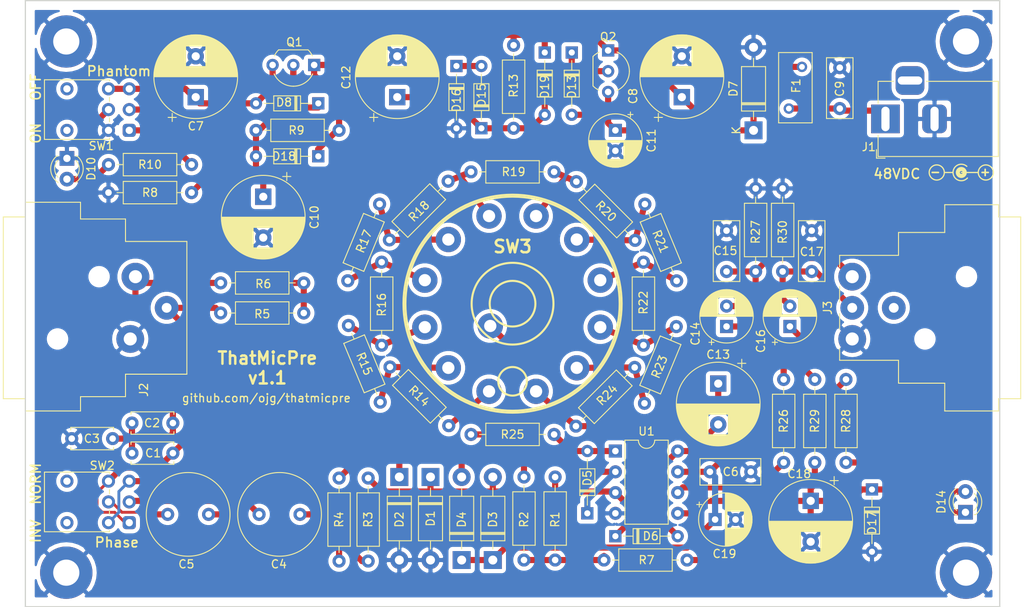
<source format=kicad_pcb>
(kicad_pcb (version 20171130) (host pcbnew "(5.1.4)-1")
  (title_block (title "THAT MicPre") (date 2020-04-13) (rev A) (company OJG))
  (layers (0 F.Cu signal) (31 B.Cu signal) (34 B.Paste user hide) (35 F.Paste user) (36 B.SilkS user hide) (37 F.SilkS user) (38 B.Mask user hide) (39 F.Mask user) (44 Edge.Cuts user))
  (net 0 "")
  (net 1 "Net-(C1-Pad2)")
  (net 2 "Net-(C1-Pad1)")
  (net 3 "Net-(C2-Pad1)")
  (net 4 GND)
  (net 5 "Net-(C4-Pad2)")
  (net 6 "Net-(C4-Pad1)")
  (net 7 "Net-(C5-Pad2)")
  (net 8 "Net-(C5-Pad1)")
  (net 9 "Net-(C11-Pad1)")
  (net 10 "Net-(C7-Pad1)")
  (net 11 "Net-(C8-Pad1)")
  (net 12 "Net-(C9-Pad1)")
  (net 13 "Net-(C10-Pad1)")
  (net 14 "Net-(C12-Pad1)")
  (net 15 "Net-(C13-Pad2)")
  (net 16 "Net-(C13-Pad1)")
  (net 17 "Net-(C14-Pad2)")
  (net 18 "Net-(C14-Pad1)")
  (net 19 "Net-(C16-Pad2)")
  (net 20 "Net-(C16-Pad1)")
  (net 21 "Net-(D1-Pad1)")
  (net 22 "Net-(D2-Pad1)")
  (net 23 "Net-(D10-Pad2)")
  (net 24 "Net-(D14-Pad2)")
  (net 25 "Net-(D15-Pad2)")
  (net 26 "Net-(R1-Pad2)")
  (net 27 "Net-(R10-Pad1)")
  (net 28 "Net-(R14-Pad2)")
  (net 29 "Net-(R14-Pad1)")
  (net 30 "Net-(R15-Pad1)")
  (net 31 "Net-(R16-Pad1)")
  (net 32 "Net-(R17-Pad1)")
  (net 33 "Net-(R18-Pad1)")
  (net 34 "Net-(R19-Pad1)")
  (net 35 "Net-(R20-Pad1)")
  (net 36 "Net-(R21-Pad1)")
  (net 37 "Net-(R22-Pad1)")
  (net 38 "Net-(R23-Pad1)")
  (net 39 "Net-(D5-Pad2)")
  (net 40 "Net-(R25-Pad2)")
  (net 41 "Net-(C18-Pad1)")
  (net 42 "Net-(R26-Pad2)")
  (net 43 "Net-(R5-Pad1)")
  (net 44 "Net-(R8-Pad1)")
  (module Symbol:Symbol_Barrel_Polarity (layer F.Cu) (at 165.227 71.755)
    (fp_text reference LOGO4 hide)
    (fp_text value SYM_Arrow_Normal)
  )
  (module Symbol:Symbol_CreativeCommons_CopperTop_Type2_Small (layer F.Cu) (at 88.262 104.494)
    (fp_text reference LOGO3 hide)
    (fp_text value Logo_Open_Hardware_Small)
    (fp_line (start 0.74944 -2.5003) (end 0.15 -2.59936) (layer F.Cu) (width 0.381))
    (fp_line (start 1.15076 -2.40124) (end 0.74944 -2.5003) (layer F.Cu) (width 0.381))
    (fp_line (start 1.65114 -2.09898) (end 1.15076 -2.40124) (layer F.Cu) (width 0.381))
    (fp_line (start 2.14898 -1.60114) (end 1.65114 -2.09898) (layer F.Cu) (width 0.381))
    (fp_line (start 2.45124 -1.10076) (end 2.14898 -1.60114) (layer F.Cu) (width 0.381))
    (fp_line (start 2.64936 -0.49878) (end 2.45124 -1.10076) (layer F.Cu) (width 0.381))
    (fp_line (start 2.64936 0.10066) (end 2.64936 -0.49878) (layer F.Cu) (width 0.381))
    (fp_line (start 2.5503 0.7001) (end 2.64936 0.10066) (layer F.Cu) (width 0.381))
    (fp_line (start 2.14898 1.40114) (end 2.5503 0.7001) (layer F.Cu) (width 0.381))
    (fp_line (start 1.65114 1.89898) (end 2.14898 1.40114) (layer F.Cu) (width 0.381))
    (fp_line (start 1.04916 2.20124) (end 1.65114 1.89898) (layer F.Cu) (width 0.381))
    (fp_line (start 0.44972 2.39936) (end 1.04916 2.20124) (layer F.Cu) (width 0.381))
    (fp_line (start -0.35038 2.39936) (end 0.44972 2.39936) (layer F.Cu) (width 0.381))
    (fp_line (start -1.04888 2.09964) (end -0.35038 2.39936) (layer F.Cu) (width 0.381))
    (fp_line (start -1.54926 1.70086) (end -1.04888 2.09964) (layer F.Cu) (width 0.381))
    (fp_line (start -2.15124 0.99982) (end -1.54926 1.70086) (layer F.Cu) (width 0.381))
    (fp_line (start -2.34936 0.19972) (end -2.15124 0.99982) (layer F.Cu) (width 0.381))
    (fp_line (start -2.34936 -0.39972) (end -2.34936 0.19972) (layer F.Cu) (width 0.381))
    (fp_line (start -2.2503 -0.9001) (end -2.34936 -0.39972) (layer F.Cu) (width 0.381))
    (fp_line (start -2.04964 -1.29888) (end -2.2503 -0.9001) (layer F.Cu) (width 0.381))
    (fp_line (start -1.54926 -1.90086) (end -2.04964 -1.29888) (layer F.Cu) (width 0.381))
    (fp_line (start -1.04888 -2.29964) (end -1.54926 -1.90086) (layer F.Cu) (width 0.381))
    (fp_line (start -0.55104 -2.5003) (end -1.04888 -2.29964) (layer F.Cu) (width 0.381))
    (fp_line (start 0.05094 -2.59936) (end -0.55104 -2.5003) (layer F.Cu) (width 0.381))
    (fp_line (start 0.15 -2.59936) (end 0.05094 -2.59936) (layer F.Cu) (width 0.381))
    (fp_line (start -0.44944 0.90076) (end -0.24878 0.7001) (layer F.Cu) (width 0.381))
    (fp_line (start -0.85076 0.90076) (end -0.44944 0.90076) (layer F.Cu) (width 0.381))
    (fp_line (start -1.15048 0.79916) (end -0.85076 0.90076) (layer F.Cu) (width 0.381))
    (fp_line (start -1.35114 0.49944) (end -1.15048 0.79916) (layer F.Cu) (width 0.381))
    (fp_line (start -1.4502 -0.00094) (end -1.35114 0.49944) (layer F.Cu) (width 0.381))
    (fp_line (start -1.4502 -0.39972) (end -1.4502 -0.00094) (layer F.Cu) (width 0.381))
    (fp_line (start -1.35114 -0.80104) (end -1.4502 -0.39972) (layer F.Cu) (width 0.381))
    (fp_line (start -1.04888 -0.99916) (end -1.35114 -0.80104) (layer F.Cu) (width 0.381))
    (fp_line (start -0.6501 -1.10076) (end -1.04888 -0.99916) (layer F.Cu) (width 0.381))
    (fp_line (start -0.35038 -0.99916) (end -0.6501 -1.10076) (layer F.Cu) (width 0.381))
    (fp_line (start -0.24878 -0.9001) (end -0.35038 -0.99916) (layer F.Cu) (width 0.381))
    (fp_line (start 1.65114 0.90076) (end 1.7502 0.7001) (layer F.Cu) (width 0.381))
    (fp_line (start 1.34888 0.90076) (end 1.65114 0.90076) (layer F.Cu) (width 0.381))
    (fp_line (start 1.15076 0.90076) (end 1.34888 0.90076) (layer F.Cu) (width 0.381))
    (fp_line (start 0.74944 0.7001) (end 1.15076 0.90076) (layer F.Cu) (width 0.381))
    (fp_line (start 0.54878 0.29878) (end 0.74944 0.7001) (layer F.Cu) (width 0.381))
    (fp_line (start 0.54878 -0.1) (end 0.54878 0.29878) (layer F.Cu) (width 0.381))
    (fp_line (start 0.65038 -0.60038) (end 0.54878 -0.1) (layer F.Cu) (width 0.381))
    (fp_line (start 0.85104 -0.99916) (end 0.65038 -0.60038) (layer F.Cu) (width 0.381))
    (fp_line (start 1.15076 -1.10076) (end 0.85104 -0.99916) (layer F.Cu) (width 0.381))
    (fp_line (start 1.45048 -1.10076) (end 1.15076 -1.10076) (layer F.Cu) (width 0.381))
    (fp_line (start 1.65114 -0.99916) (end 1.45048 -1.10076) (layer F.Cu) (width 0.381))
    (fp_line (start 1.7502 -0.9001) (end 1.65114 -0.99916) (layer F.Cu) (width 0.381))
  )
  (module Symbol:Symbol_CC-Attribution_CopperTop_Small (layer F.Cu) (at 82.042 104.394)
    (fp_text reference LOGO2 hide)
    (fp_text value Logo_Open_Hardware_Small)
    (fp_line (start 0.59944 -2.4003) (end 0 -2.49936) (layer F.Cu) (width 0.381))
    (fp_line (start 1.00076 -2.30124) (end 0.59944 -2.4003) (layer F.Cu) (width 0.381))
    (fp_line (start 1.50114 -1.99898) (end 1.00076 -2.30124) (layer F.Cu) (width 0.381))
    (fp_line (start 1.99898 -1.50114) (end 1.50114 -1.99898) (layer F.Cu) (width 0.381))
    (fp_line (start 2.30124 -1.00076) (end 1.99898 -1.50114) (layer F.Cu) (width 0.381))
    (fp_line (start 2.49936 -0.39878) (end 2.30124 -1.00076) (layer F.Cu) (width 0.381))
    (fp_line (start 2.49936 0.20066) (end 2.49936 -0.39878) (layer F.Cu) (width 0.381))
    (fp_line (start 2.4003 0.8001) (end 2.49936 0.20066) (layer F.Cu) (width 0.381))
    (fp_line (start 1.99898 1.50114) (end 2.4003 0.8001) (layer F.Cu) (width 0.381))
    (fp_line (start 1.50114 1.99898) (end 1.99898 1.50114) (layer F.Cu) (width 0.381))
    (fp_line (start 0.89916 2.30124) (end 1.50114 1.99898) (layer F.Cu) (width 0.381))
    (fp_line (start 0.29972 2.49936) (end 0.89916 2.30124) (layer F.Cu) (width 0.381))
    (fp_line (start -0.50038 2.49936) (end 0.29972 2.49936) (layer F.Cu) (width 0.381))
    (fp_line (start -1.19888 2.19964) (end -0.50038 2.49936) (layer F.Cu) (width 0.381))
    (fp_line (start -1.69926 1.80086) (end -1.19888 2.19964) (layer F.Cu) (width 0.381))
    (fp_line (start -2.30124 1.09982) (end -1.69926 1.80086) (layer F.Cu) (width 0.381))
    (fp_line (start -2.49936 0.29972) (end -2.30124 1.09982) (layer F.Cu) (width 0.381))
    (fp_line (start -2.49936 -0.29972) (end -2.49936 0.29972) (layer F.Cu) (width 0.381))
    (fp_line (start -2.4003 -0.8001) (end -2.49936 -0.29972) (layer F.Cu) (width 0.381))
    (fp_line (start -2.19964 -1.19888) (end -2.4003 -0.8001) (layer F.Cu) (width 0.381))
    (fp_line (start -1.69926 -1.80086) (end -2.19964 -1.19888) (layer F.Cu) (width 0.381))
    (fp_line (start -1.19888 -2.19964) (end -1.69926 -1.80086) (layer F.Cu) (width 0.381))
    (fp_line (start -0.70104 -2.4003) (end -1.19888 -2.19964) (layer F.Cu) (width 0.381))
    (fp_line (start -0.09906 -2.49936) (end -0.70104 -2.4003) (layer F.Cu) (width 0.381))
    (fp_line (start 0 -2.49936) (end -0.09906 -2.49936) (layer F.Cu) (width 0.381))
    (fp_circle (center 0 -1.69926) (end 0.09906 -1.39954) (layer F.Cu) (width 0.381))
    (fp_line (start -0.8001 0.20066) (end -0.8001 -1.00076) (layer F.Cu) (width 0.381))
    (fp_line (start 0.70104 0.20066) (end -0.8001 0.20066) (layer F.Cu) (width 0.381))
    (fp_line (start 0.70104 -1.00076) (end 0.70104 0.20066) (layer F.Cu) (width 0.381))
    (fp_line (start -0.8001 -1.00076) (end 0.70104 -1.00076) (layer F.Cu) (width 0.381))
    (fp_line (start -0.29972 1.80086) (end 0.20066 1.80086) (layer F.Cu) (width 0.381))
    (fp_line (start -0.29972 0.29972) (end -0.29972 1.80086) (layer F.Cu) (width 0.381))
    (fp_line (start 0.29972 1.80086) (end 0.29972 0.20066) (layer F.Cu) (width 0.381))
    (fp_line (start 0.09906 1.80086) (end 0.29972 1.80086) (layer F.Cu) (width 0.381))
    (fp_line (start 0 0.29972) (end 0 1.6002) (layer F.Cu) (width 0.381))
    (fp_line (start -0.8001 -0.09906) (end 0.50038 -0.09906) (layer F.Cu) (width 0.381))
    (fp_line (start 0.50038 -0.39878) (end -0.70104 -0.39878) (layer F.Cu) (width 0.381))
    (fp_line (start -0.70104 -0.70104) (end 0.59944 -0.70104) (layer F.Cu) (width 0.381))
    (fp_line (start 0 -1.89992) (end 0 -1.50114) (layer F.Cu) (width 0.381))
  )
  (module Resistor_THT:R_Axial_DIN0207_L6.3mm_D2.5mm_P10.16mm_Horizontal (layer F.Cu) (at 84.836 85.344 180)
    (fp_text reference R6 (at 4.953 -0.127) (layer F.SilkS))
    (fp_text value 6k8-0.1%-0.5W)
    (pad 2 thru_hole oval (at 10.16 0 180) (size 1.6 1.6) (drill 0.8) (layers *.Cu *.Mask) (net 3 "Net-(C2-Pad1)"))
    (pad 1 thru_hole circle (at 0 0 180) (size 1.6 1.6) (drill 0.8) (layers *.Cu *.Mask) (net 43 "Net-(R5-Pad1)"))
  )
  (module Resistor_THT:R_Axial_DIN0207_L6.3mm_D2.5mm_P10.16mm_Horizontal (layer F.Cu) (at 84.836 89.027 180)
    (fp_text reference R5 (at 5.08 -0.127) (layer F.SilkS))
    (fp_text value 6k8-0.1%-0.5W)
    (pad 2 thru_hole oval (at 10.16 0 180) (size 1.6 1.6) (drill 0.8) (layers *.Cu *.Mask) (net 2 "Net-(C1-Pad1)"))
    (pad 1 thru_hole circle (at 0 0 180) (size 1.6 1.6) (drill 0.8) (layers *.Cu *.Mask) (net 43 "Net-(R5-Pad1)"))
  )
  (module Symbol:OSHW-Symbol_6.7x6mm_Copper (layer F.Cu) (at 75.184 104.394)
    (fp_text reference LOGO1 hide)
    (fp_text value Logo_Open_Hardware_Small hide)
    (fp_poly (pts (xy 0.555814 -2.531069) (xy 0.639635 -2.086445) (xy 0.94892 -1.958947) (xy 1.258206 -1.831449) (xy 1.629246 -2.083754) (xy 1.733157 -2.154004) (xy 1.827087 -2.216728) (xy 1.906652 -2.269062) (xy 1.96747 -2.308143) (xy 2.005157 -2.331107) (xy 2.015421 -2.336058) (xy 2.03391 -2.323324) (xy 2.07342 -2.288118) (xy 2.129522 -2.234938) (xy 2.197787 -2.168282) (xy 2.273786 -2.092646) (xy 2.353092 -2.012528) (xy 2.431275 -1.932426) (xy 2.503907 -1.856836) (xy 2.566559 -1.790255) (xy 2.614803 -1.737182) (xy 2.64421 -1.702113) (xy 2.651241 -1.690377) (xy 2.641123 -1.66874) (xy 2.612759 -1.621338) (xy 2.569129 -1.552807) (xy 2.513218 -1.467785) (xy 2.448006 -1.370907) (xy 2.410219 -1.31565) (xy 2.341343 -1.214752) (xy 2.28014 -1.123701) (xy 2.229578 -1.04703) (xy 2.192628 -0.989272) (xy 2.172258 -0.954957) (xy 2.169197 -0.947746) (xy 2.176136 -0.927252) (xy 2.195051 -0.879487) (xy 2.223087 -0.811168) (xy 2.257391 -0.729011) (xy 2.295109 -0.63973) (xy 2.333387 -0.550042) (xy 2.36937 -0.466662) (xy 2.400206 -0.396306) (xy 2.423039 -0.34569) (xy 2.435017 -0.321529) (xy 2.435724 -0.320578) (xy 2.454531 -0.315964) (xy 2.504618 -0.305672) (xy 2.580793 -0.290713) (xy 2.677865 -0.272099) (xy 2.790643 -0.250841) (xy 2.856442 -0.238582) (xy 2.97695 -0.215638) (xy 3.085797 -0.193805) (xy 3.177476 -0.174278) (xy 3.246481 -0.158252) (xy 3.287304 -0.146921) (xy 3.295511 -0.143326) (xy 3.303548 -0.118994) (xy 3.310033 -0.064041) (xy 3.31497 0.015108) (xy 3.318364 0.112026) (xy 3.320218 0.220287) (xy 3.320538 0.333465) (xy 3.319327 0.445135) (xy 3.31659 0.548868) (xy 3.312331 0.638241) (xy 3.306555 0.706826) (xy 3.299267 0.748197) (xy 3.294895 0.75681) (xy 3.268764 0.767133) (xy 3.213393 0.781892) (xy 3.136107 0.799352) (xy 3.04423 0.81778) (xy 3.012158 0.823741) (xy 2.857524 0.852066) (xy 2.735375 0.874876) (xy 2.641673 0.89308) (xy 2.572384 0.907583) (xy 2.523471 0.919292) (xy 2.490897 0.929115) (xy 2.470628 0.937956) (xy 2.458626 0.946724) (xy 2.456947 0.948457) (xy 2.440184 0.976371) (xy 2.414614 1.030695) (xy 2.382788 1.104777) (xy 2.34726 1.191965) (xy 2.310583 1.285608) (xy 2.275311 1.379052) (xy 2.243996 1.465647) (xy 2.219193 1.53874) (xy 2.203454 1.591678) (xy 2.199332 1.617811) (xy 2.199676 1.618726) (xy 2.213641 1.640086) (xy 2.245322 1.687084) (xy 2.291391 1.754827) (xy 2.348518 1.838423) (xy 2.413373 1.932982) (xy 2.431843 1.959854) (xy 2.497699 2.057275) (xy 2.55565 2.146163) (xy 2.602538 2.221412) (xy 2.635207 2.27792) (xy 2.6505 2.310581) (xy 2.651241 2.314593) (xy 2.638392 2.335684) (xy 2.602888 2.377464) (xy 2.549293 2.435445) (xy 2.482171 2.505135) (xy 2.406087 2.582045) (xy 2.325604 2.661683) (xy 2.245287 2.739561) (xy 2.169699 2.811186) (xy 2.103405 2.87207) (xy 2.050969 2.917721) (xy 2.016955 2.94365) (xy 2.007545 2.947883) (xy 1.985643 2.937912) (xy 1.9408 2.91102) (xy 1.880321 2.871736) (xy 1.833789 2.840117) (xy 1.749475 2.782098) (xy 1.649626 2.713784) (xy 1.549473 2.645579) (xy 1.495627 2.609075) (xy 1.313371 2.4858) (xy 1.160381 2.56852) (xy 1.090682 2.604759) (xy 1.031414 2.632926) (xy 0.991311 2.648991) (xy 0.981103 2.651226) (xy 0.968829 2.634722) (xy 0.944613 2.588082) (xy 0.910263 2.515609) (xy 0.867588 2.421606) (xy 0.818394 2.310374) (xy 0.76449 2.186215) (xy 0.707684 2.053432) (xy 0.649782 1.916327) (xy 0.592593 1.779202) (xy 0.537924 1.646358) (xy 0.487584 1.522098) (xy 0.44338 1.410725) (xy 0.407119 1.316539) (xy 0.380609 1.243844) (xy 0.365658 1.196941) (xy 0.363254 1.180833) (xy 0.382311 1.160286) (xy 0.424036 1.126933) (xy 0.479706 1.087702) (xy 0.484378 1.084599) (xy 0.628264 0.969423) (xy 0.744283 0.835053) (xy 0.83143 0.685784) (xy 0.888699 0.525913) (xy 0.915086 0.359737) (xy 0.909585 0.191552) (xy 0.87119 0.025655) (xy 0.798895 -0.133658) (xy 0.777626 -0.168513) (xy 0.666996 -0.309263) (xy 0.536302 -0.422286) (xy 0.390064 -0.506997) (xy 0.232808 -0.562806) (xy 0.069057 -0.589126) (xy -0.096667 -0.58537) (xy -0.259838 -0.55095) (xy -0.415935 -0.485277) (xy -0.560433 -0.387765) (xy -0.605131 -0.348187) (xy -0.718888 -0.224297) (xy -0.801782 -0.093876) (xy -0.858644 0.052315) (xy -0.890313 0.197088) (xy -0.898131 0.35986) (xy -0.872062 0.52344) (xy -0.814755 0.682298) (xy -0.728856 0.830906) (xy -0.617014 0.963735) (xy -0.481877 1.075256) (xy -0.464117 1.087011) (xy -0.40785 1.125508) (xy -0.365077 1.158863) (xy -0.344628 1.18016) (xy -0.344331 1.180833) (xy -0.348721 1.203871) (xy -0.366124 1.256157) (xy -0.394732 1.33339) (xy -0.432735 1.431268) (xy -0.478326 1.545491) (xy -0.529697 1.671758) (xy -0.585038 1.805767) (xy -0.642542 1.943218) (xy -0.700399 2.079808) (xy -0.756802 2.211237) (xy -0.809942 2.333205) (xy -0.85801 2.441409) (xy -0.899199 2.531549) (xy -0.931699 2.599323) (xy -0.953703 2.64043) (xy -0.962564 2.651226) (xy -0.98964 2.642819) (xy -1.040303 2.620272) (xy -1.105817 2.587613) (xy -1.141841 2.56852) (xy -1.294832 2.4858) (xy -1.477088 2.609075) (xy -1.570125 2.672228) (xy -1.671985 2.741727) (xy -1.767438 2.807165) (xy -1.81525 2.840117) (xy -1.882495 2.885273) (xy -1.939436 2.921057) (xy -1.978646 2.942938) (xy -1.991381 2.947563) (xy -2.009917 2.935085) (xy -2.050941 2.900252) (xy -2.110475 2.846678) (xy -2.184542 2.777983) (xy -2.269165 2.697781) (xy -2.322685 2.646286) (xy -2.416319 2.554286) (xy -2.497241 2.471999) (xy -2.562177 2.402945) (xy -2.607858 2.350644) (xy -2.631011 2.318616) (xy -2.633232 2.312116) (xy -2.622924 2.287394) (xy -2.594439 2.237405) (xy -2.550937 2.167212) (xy -2.495577 2.081875) (xy -2.43152 1.986456) (xy -2.413303 1.959854) (xy -2.346927 1.863167) (xy -2.287378 1.776117) (xy -2.237984 1.703595) (xy -2.202075 1.650493) (xy -2.182981 1.621703) (xy -2.181136 1.618726) (xy -2.183895 1.595782) (xy -2.198538 1.545336) (xy -2.222513 1.474041) (xy -2.253266 1.388547) (xy -2.288244 1.295507) (xy -2.324893 1.201574) (xy -2.360661 1.113399) (xy -2.392994 1.037634) (xy -2.419338 0.980931) (xy -2.437142 0.949943) (xy -2.438407 0.948457) (xy -2.449294 0.939601) (xy -2.467682 0.930843) (xy -2.497606 0.921277) (xy -2.543103 0.909996) (xy -2.608209 0.896093) (xy -2.696961 0.878663) (xy -2.813393 0.856798) (xy -2.961542 0.829591) (xy -2.993618 0.823741) (xy -3.088686 0.805374) (xy -3.171565 0.787405) (xy -3.23493 0.771569) (xy -3.271458 0.7596) (xy -3.276356 0.75681) (xy -3.284427 0.732072) (xy -3.290987 0.67679) (xy -3.296033 0.597389) (xy -3.299559 0.500296) (xy -3.301561 0.391938) (xy -3.302036 0.27874) (xy -3.300977 0.167128) (xy -3.298382 0.063529) (xy -3.294246 -0.025632) (xy -3.288563 -0.093928) (xy -3.281331 -0.134934) (xy -3.276971 -0.143326) (xy -3.252698 -0.151792) (xy -3.197426 -0.165565) (xy -3.116662 -0.18345) (xy -3.015912 -0.204252) (xy -2.900683 -0.226777) (xy -2.837902 -0.238582) (xy -2.718787 -0.260849) (xy -2.612565 -0.281021) (xy -2.524427 -0.298085) (xy -2.459566 -0.311031) (xy -2.423174 -0.318845) (xy -2.417184 -0.320578) (xy -2.407061 -0.34011) (xy -2.385662 -0.387157) (xy -2.355839 -0.454997) (xy -2.320445 -0.536909) (xy -2.282332 -0.626172) (xy -2.244353 -0.716065) (xy -2.20936 -0.799865) (xy -2.180206 -0.870853) (xy -2.159743 -0.922306) (xy -2.150823 -0.947503) (xy -2.150657 -0.948604) (xy -2.160769 -0.968481) (xy -2.189117 -1.014223) (xy -2.232723 -1.081283) (xy -2.288606 -1.165116) (xy -2.353787 -1.261174) (xy -2.391679 -1.31635) (xy -2.460725 -1.417519) (xy -2.52205 -1.50937) (xy -2.572663 -1.587256) (xy -2.609571 -1.646531) (xy -2.629782 -1.682549) (xy -2.632701 -1.690623) (xy -2.620153 -1.709416) (xy -2.585463 -1.749543) (xy -2.533063 -1.806507) (xy -2.467384 -1.875815) (xy -2.392856 -1.952969) (xy -2.313913 -2.033475) (xy -2.234983 -2.112837) (xy -2.1605 -2.18656) (xy -2.094894 -2.250148) (xy -2.042596 -2.299106) (xy -2.008039 -2.328939) (xy -1.996478 -2.336058) (xy -1.977654 -2.326047) (xy -1.932631 -2.297922) (xy -1.865787 -2.254546) (xy -1.781499 -2.198782) (xy -1.684144 -2.133494) (xy -1.610707 -2.083754) (xy -1.239667 -1.831449) (xy -0.621095 -2.086445) (xy -0.537275 -2.531069) (xy -0.453454 -2.975693) (xy 0.471994 -2.975693) (xy 0.555814 -2.531069)) (layer F.Cu) (width 0.01))
  )
  (module Diode_THT:D_DO-41_SOD81_P10.16mm_Horizontal (layer F.Cu) (at 139.827 66.675 90)
    (fp_text reference D7 (at 5.08 -2.47 90) (layer F.SilkS))
    (fp_text value 1N4004)
    (fp_text user K (at 0 -2.1 90) (layer F.SilkS))
    (pad 2 thru_hole oval (at 10.16 0 90) (size 2.2 2.2) (drill 1.1) (layers *.Cu *.Mask) (net 4 GND))
    (pad 1 thru_hole rect (at 0 0 90) (size 2.2 2.2) (drill 1.1) (layers *.Cu *.Mask) (net 11 "Net-(C8-Pad1)"))
  )
  (module Capacitor_THT:CP_Radial_D6.3mm_P2.50mm (layer F.Cu) (at 122.936 66.675 270)
    (fp_text reference C11 (at 1.25 -4.4 90) (layer F.SilkS))
    (fp_text value 47u-50V)
    (pad 2 thru_hole circle (at 2.5 0 270) (size 1.6 1.6) (drill 0.8) (layers *.Cu *.Mask) (net 4 GND))
    (pad 1 thru_hole rect (at 0 0 270) (size 1.6 1.6) (drill 0.8) (layers *.Cu *.Mask) (net 9 "Net-(C11-Pad1)"))
  )
  (module my_kicad_footprints:Jack_XLR_Neutrik_NC3MBH_Horizontal (layer F.Cu) (at 151.892 92.202 90)
    (fp_text reference J3 (at 3.81 -3 90) (layer F.SilkS))
    (fp_text value NC3MBH1)
    (pad G thru_hole circle (at 3.81 5.08 90) (size 2.9 2.9) (drill 1.2) (layers *.Cu *.Mask))
    (pad "" np_thru_hole circle (at 0 8.89 90) (size 1.6 1.6) (drill 1.6) (layers *.Cu *.Mask))
    (pad "" np_thru_hole circle (at 7.62 13.97 90) (size 1.6 1.6) (drill 1.6) (layers *.Cu *.Mask))
    (pad 3 thru_hole circle (at 3.81 0 90) (size 2.9 2.9) (drill 1.2) (layers *.Cu *.Mask) (net 19 "Net-(C16-Pad2)"))
    (pad 1 thru_hole circle (at 0 0 90) (size 3.4 3.4) (drill 1.6) (layers *.Cu *.Mask) (net 4 GND))
    (pad 2 thru_hole circle (at 7.62 0 90) (size 3.4 3.4) (drill 1.6) (layers *.Cu *.Mask) (net 17 "Net-(C14-Pad2)"))
  )
  (module Fuse:Fuse_BelFuse_0ZRE0005FF_L8.3mm_W3.8mm (layer F.Cu) (at 144.145 64.008 90)
    (fp_text reference F1 (at 2.794 0.889 90) (layer F.SilkS))
    (fp_text value Polyfuse)
    (pad 1 thru_hole circle (at 0 0 90) (size 1.27 1.27) (drill 0.71) (layers *.Cu *.Mask) (net 12 "Net-(C9-Pad1)"))
    (pad 2 thru_hole circle (at 5.1 1.6 90) (size 1.27 1.27) (drill 0.71) (layers *.Cu *.Mask) (net 11 "Net-(C8-Pad1)"))
  )
  (module my_kicad_footprints:LORINCK1049 (layer F.Cu) (at 110.363 87.884)
    (fp_text reference SW3 (at 0 -6.985 180) (layer F.SilkS) (effects (font (size 1.524 1.524) (thickness 0.3048))))
    (fp_text value SW_Rotary12 hide)
    (pad D smd circle (at 2.72542 2.72542) (size 3.0988 3.0988) (layers F.Cu F.Paste F.Mask))
    (pad C smd circle (at 2.72542 -2.72542) (size 3.0988 3.0988) (layers F.Cu F.Paste F.Mask))
    (pad B smd circle (at -2.72542 -2.72542) (size 3.0988 3.0988) (layers F.Cu F.Paste F.Mask))
    (pad A thru_hole circle (at -2.72542 2.72542) (size 3.0988 3.0988) (drill 1.50114) (layers *.Cu *.Mask) (net 40 "Net-(R25-Pad2)"))
    (pad 12 thru_hole circle (at 2.87528 10.72388) (size 3.0988 3.0988) (drill 1.50114) (layers *.Cu *.Mask) (net 16 "Net-(C13-Pad1)"))
    (pad 11 thru_hole circle (at 7.85114 7.85114) (size 3.0988 3.0988) (drill 1.50114) (layers *.Cu *.Mask) (net 38 "Net-(R23-Pad1)"))
    (pad 10 thru_hole circle (at 10.72388 2.87528) (size 3.0988 3.0988) (drill 1.50114) (layers *.Cu *.Mask) (net 37 "Net-(R22-Pad1)"))
    (pad 9 thru_hole circle (at 10.72388 -2.87528) (size 3.0988 3.0988) (drill 1.50114) (layers *.Cu *.Mask) (net 36 "Net-(R21-Pad1)"))
    (pad 8 thru_hole circle (at 7.85114 -7.85114) (size 3.0988 3.0988) (drill 1.50114) (layers *.Cu *.Mask) (net 35 "Net-(R20-Pad1)"))
    (pad 7 thru_hole circle (at 2.87528 -10.72388) (size 3.0988 3.0988) (drill 1.50114) (layers *.Cu *.Mask) (net 34 "Net-(R19-Pad1)"))
    (pad 6 thru_hole circle (at -2.87528 -10.72388) (size 3.0988 3.0988) (drill 1.50114) (layers *.Cu *.Mask) (net 33 "Net-(R18-Pad1)"))
    (pad 5 thru_hole circle (at -7.85114 -7.85114) (size 3.0988 3.0988) (drill 1.50114) (layers *.Cu *.Mask) (net 32 "Net-(R17-Pad1)"))
    (pad 4 thru_hole circle (at -10.72388 -2.87528) (size 3.0988 3.0988) (drill 1.50114) (layers *.Cu *.Mask) (net 31 "Net-(R16-Pad1)"))
    (pad 3 thru_hole circle (at -10.72388 2.87528) (size 3.0988 3.0988) (drill 1.50114) (layers *.Cu *.Mask) (net 30 "Net-(R15-Pad1)"))
    (pad 2 thru_hole circle (at -7.85114 7.85114) (size 3.0988 3.0988) (drill 1.50114) (layers *.Cu *.Mask) (net 29 "Net-(R14-Pad1)"))
    (pad 1 thru_hole circle (at -2.87528 10.72388) (size 3.0988 3.0988) (drill 1.50114) (layers *.Cu *.Mask) (net 28 "Net-(R14-Pad2)"))
  )
  (module Diode_THT:D_DO-34_SOD68_P7.62mm_Horizontal (layer F.Cu) (at 154.305 110.617 270)
    (fp_text reference D17 (at 4.064 0 90) (layer F.SilkS))
    (fp_text value 18V)
    (pad 2 thru_hole oval (at 7.62 0 270) (size 1.5 1.5) (drill 0.75) (layers *.Cu *.Mask) (net 4 GND))
    (pad 1 thru_hole rect (at 0 0 270) (size 1.5 1.5) (drill 0.75) (layers *.Cu *.Mask) (net 41 "Net-(C18-Pad1)"))
  )
  (module Diode_THT:D_DO-34_SOD68_P7.62mm_Horizontal (layer F.Cu) (at 103.505 58.801 270)
    (fp_text reference D16 (at 4.191 0 90) (layer F.SilkS))
    (fp_text value 18V)
    (pad 2 thru_hole oval (at 7.62 0 270) (size 1.5 1.5) (drill 0.75) (layers *.Cu *.Mask) (net 4 GND))
    (pad 1 thru_hole rect (at 0 0 270) (size 1.5 1.5) (drill 0.75) (layers *.Cu *.Mask) (net 25 "Net-(D15-Pad2)"))
  )
  (module Diode_THT:D_DO-34_SOD68_P7.62mm_Horizontal (layer F.Cu) (at 106.553 66.421 90)
    (fp_text reference D15 (at 4.064 0 90) (layer F.SilkS))
    (fp_text value 18V)
    (pad 2 thru_hole oval (at 7.62 0 90) (size 1.5 1.5) (drill 0.75) (layers *.Cu *.Mask) (net 25 "Net-(D15-Pad2)"))
    (pad 1 thru_hole rect (at 0 0 90) (size 1.5 1.5) (drill 0.75) (layers *.Cu *.Mask) (net 14 "Net-(C12-Pad1)"))
  )
  (module Resistor_THT:R_Axial_DIN0207_L6.3mm_D2.5mm_P10.16mm_Horizontal (layer F.Cu) (at 71.12 74.295 180)
    (fp_text reference R8 (at 5.08 0) (layer F.SilkS))
    (fp_text value 47k)
    (pad 2 thru_hole oval (at 10.16 0 180) (size 1.6 1.6) (drill 0.8) (layers *.Cu *.Mask) (net 4 GND))
    (pad 1 thru_hole circle (at 0 0 180) (size 1.6 1.6) (drill 0.8) (layers *.Cu *.Mask) (net 44 "Net-(R8-Pad1)"))
  )
  (module Diode_THT:D_DO-34_SOD68_P7.62mm_Horizontal (layer F.Cu) (at 114.3 57.15 270)
    (fp_text reference D19 (at 4.191 0 90) (layer F.SilkS))
    (fp_text value 1N4148)
    (pad 2 thru_hole oval (at 7.62 0 270) (size 1.5 1.5) (drill 0.75) (layers *.Cu *.Mask) (net 14 "Net-(C12-Pad1)"))
    (pad 1 thru_hole rect (at 0 0 270) (size 1.5 1.5) (drill 0.75) (layers *.Cu *.Mask) (net 11 "Net-(C8-Pad1)"))
  )
  (module Diode_THT:D_DO-34_SOD68_P7.62mm_Horizontal (layer F.Cu) (at 86.614 69.85 180)
    (fp_text reference D18 (at 4.191 0) (layer F.SilkS))
    (fp_text value 1N4148)
    (pad 2 thru_hole oval (at 7.62 0 180) (size 1.5 1.5) (drill 0.75) (layers *.Cu *.Mask) (net 13 "Net-(C10-Pad1)"))
    (pad 1 thru_hole rect (at 0 0 180) (size 1.5 1.5) (drill 0.75) (layers *.Cu *.Mask) (net 11 "Net-(C8-Pad1)"))
  )
  (module Capacitor_THT:C_Rect_L7.2mm_W3.0mm_P5.00mm_FKS2_FKP2_MKS2_MKP2 (layer F.Cu) (at 146.939 83.947 90)
    (fp_text reference C17 (at 2.413 0 180) (layer F.SilkS))
    (fp_text value 10n)
    (pad 2 thru_hole circle (at 5 0 90) (size 1.6 1.6) (drill 0.8) (layers *.Cu *.Mask) (net 4 GND))
    (pad 1 thru_hole circle (at 0 0 90) (size 1.6 1.6) (drill 0.8) (layers *.Cu *.Mask) (net 19 "Net-(C16-Pad2)"))
  )
  (module Capacitor_THT:C_Rect_L7.2mm_W3.0mm_P5.00mm_FKS2_FKP2_MKS2_MKP2 (layer F.Cu) (at 136.525 83.947 90)
    (fp_text reference C15 (at 2.54 -0.127 180) (layer F.SilkS))
    (fp_text value 10n)
    (pad 2 thru_hole circle (at 5 0 90) (size 1.6 1.6) (drill 0.8) (layers *.Cu *.Mask) (net 4 GND))
    (pad 1 thru_hole circle (at 0 0 90) (size 1.6 1.6) (drill 0.8) (layers *.Cu *.Mask) (net 17 "Net-(C14-Pad2)"))
  )
  (module Capacitor_THT:C_Rect_L7.2mm_W3.0mm_P5.00mm_FKS2_FKP2_MKS2_MKP2 (layer F.Cu) (at 150.368 64.008 90)
    (fp_text reference C9 (at 2.413 0 90) (layer F.SilkS))
    (fp_text value 10n)
    (pad 2 thru_hole circle (at 5 0 90) (size 1.6 1.6) (drill 0.8) (layers *.Cu *.Mask) (net 4 GND))
    (pad 1 thru_hole circle (at 0 0 90) (size 1.6 1.6) (drill 0.8) (layers *.Cu *.Mask) (net 12 "Net-(C9-Pad1)"))
  )
  (module Capacitor_THT:C_Rect_L7.2mm_W3.0mm_P5.00mm_FKS2_FKP2_MKS2_MKP2 (layer F.Cu) (at 134.493 108.458)
    (fp_text reference C6 (at 2.54 0) (layer F.SilkS))
    (fp_text value 100n)
    (pad 2 thru_hole circle (at 5 0) (size 1.6 1.6) (drill 0.8) (layers *.Cu *.Mask) (net 4 GND))
    (pad 1 thru_hole circle (at 0 0) (size 1.6 1.6) (drill 0.8) (layers *.Cu *.Mask) (net 9 "Net-(C11-Pad1)"))
  )
  (module Resistor_THT:R_Axial_DIN0207_L6.3mm_D2.5mm_P10.16mm_Horizontal (layer F.Cu) (at 151.13 97.155 270)
    (fp_text reference R28 (at 5.08 0 90) (layer F.SilkS))
    (fp_text value 4k7)
    (pad 1 thru_hole circle (at 0 0 270) (size 1.6 1.6) (drill 0.8) (layers *.Cu *.Mask) (net 9 "Net-(C11-Pad1)"))
    (pad 2 thru_hole oval (at 10.16 0 270) (size 1.6 1.6) (drill 0.8) (layers *.Cu *.Mask) (net 24 "Net-(D14-Pad2)"))
  )
  (module MountingHole:MountingHole_3.2mm_M3_Pad (layer F.Cu) (at 165.8 120.8)
    (fp_text reference H4 hide)
    (fp_text value M3)
    (pad 1 thru_hole circle (at 0 0) (size 6.4 6.4) (drill 3.2) (layers *.Cu *.Mask) (net 4 GND))
  )
  (module MountingHole:MountingHole_3.2mm_M3_Pad (layer F.Cu) (at 165.8 55.8)
    (fp_text reference H3 hide)
    (fp_text value M3)
    (pad 1 thru_hole circle (at 0 0) (size 6.4 6.4) (drill 3.2) (layers *.Cu *.Mask) (net 4 GND))
  )
  (module MountingHole:MountingHole_3.2mm_M3_Pad (layer F.Cu) (at 55.8 120.8)
    (fp_text reference H2 hide)
    (fp_text value M3)
    (pad 1 thru_hole circle (at 0 0) (size 6.4 6.4) (drill 3.2) (layers *.Cu *.Mask) (net 4 GND))
  )
  (module MountingHole:MountingHole_3.2mm_M3_Pad (layer F.Cu) (at 55.8 55.8)
    (fp_text reference H1 hide)
    (fp_text value M3)
    (pad 1 thru_hole circle (at 0 0) (size 6.4 6.4) (drill 3.2) (layers *.Cu *.Mask) (net 4 GND))
  )
  (module Resistor_THT:R_Axial_DIN0207_L6.3mm_D2.5mm_P10.16mm_Horizontal (layer F.Cu) (at 90.297 90.551 292.5)
    (fp_text reference R15 (at 5.08 0 112.5) (layer F.SilkS))
    (fp_text value 2k7)
    (pad 2 thru_hole oval (at 10.16 0 292.5) (size 1.6 1.6) (drill 0.8) (layers *.Cu *.Mask) (net 29 "Net-(R14-Pad1)"))
    (pad 1 thru_hole circle (at 0 0 292.5) (size 1.6 1.6) (drill 0.8) (layers *.Cu *.Mask) (net 30 "Net-(R15-Pad1)"))
  )
  (module Capacitor_THT:C_Disc_D5.0mm_W2.5mm_P5.00mm (layer F.Cu) (at 68.834 102.489 180)
    (fp_text reference C2 (at 2.54 0) (layer F.SilkS))
    (fp_text value 470p)
    (pad 1 thru_hole circle (at 0 0 180) (size 1.6 1.6) (drill 0.8) (layers *.Cu *.Mask) (net 3 "Net-(C2-Pad1)"))
    (pad 2 thru_hole circle (at 5 0 180) (size 1.6 1.6) (drill 0.8) (layers *.Cu *.Mask) (net 1 "Net-(C1-Pad2)"))
  )
  (module Capacitor_THT:C_Disc_D5.0mm_W2.5mm_P5.00mm (layer F.Cu) (at 61.468 104.394 180)
    (fp_text reference C3 (at 2.54 0) (layer F.SilkS))
    (fp_text value 47p)
    (pad 1 thru_hole circle (at 0 0 180) (size 1.6 1.6) (drill 0.8) (layers *.Cu *.Mask) (net 1 "Net-(C1-Pad2)"))
    (pad 2 thru_hole circle (at 5 0 180) (size 1.6 1.6) (drill 0.8) (layers *.Cu *.Mask) (net 4 GND))
  )
  (module Capacitor_THT:C_Disc_D5.0mm_W2.5mm_P5.00mm (layer F.Cu) (at 68.834 106.172 180)
    (fp_text reference C1 (at 2.413 0) (layer F.SilkS))
    (fp_text value 470p)
    (pad 1 thru_hole circle (at 0 0 180) (size 1.6 1.6) (drill 0.8) (layers *.Cu *.Mask) (net 2 "Net-(C1-Pad1)"))
    (pad 2 thru_hole circle (at 5 0 180) (size 1.6 1.6) (drill 0.8) (layers *.Cu *.Mask) (net 1 "Net-(C1-Pad2)"))
  )
  (module Button_Switch_THT:SW_Push_2P2T_Vertical_E-Switch_800UDP8P1A1M6 (layer F.Cu) (at 63.5 66.675 180)
    (fp_text reference SW1 (at 3.429 -1.91 180) (layer F.SilkS))
    (fp_text value SW_DPDT_x2)
    (pad 6 thru_hole circle (at 2.54 5.08) (size 1.6 1.6) (drill 0.89) (layers *.Cu *.Mask) (net 10 "Net-(C7-Pad1)"))
    (pad 5 thru_hole circle (at 2.54 2.54) (size 1.6 1.6) (drill 0.89) (layers *.Cu *.Mask) (net 27 "Net-(R10-Pad1)"))
    (pad 4 thru_hole circle (at 2.54 0) (size 1.6 1.6) (drill 0.89) (layers *.Cu *.Mask) (net 4 GND))
    (pad 3 thru_hole circle (at 0 5.08) (size 1.6 1.6) (drill 0.89) (layers *.Cu *.Mask) (net 10 "Net-(C7-Pad1)"))
    (pad 2 thru_hole circle (at 0 2.54) (size 1.6 1.6) (drill 0.89) (layers *.Cu *.Mask) (net 43 "Net-(R5-Pad1)"))
    (pad 1 thru_hole roundrect (at 0 0) (size 1.6 1.6) (drill 0.89) (layers *.Cu *.Mask) (net 44 "Net-(R8-Pad1)"))
    (pad "" thru_hole circle (at 7.62 0) (size 1.6 1.6) (drill 0.89) (layers *.Cu *.Mask))
    (pad "" thru_hole circle (at 7.62 5.08) (size 1.6 1.6) (drill 0.89) (layers *.Cu *.Mask))
  )
  (module Capacitor_THT:CP_Radial_D6.3mm_P2.50mm (layer F.Cu) (at 144.272 90.678 90)
    (fp_text reference C16 (at -1.778 -3.556 90) (layer F.SilkS))
    (fp_text value 47u-50V)
    (pad 2 thru_hole circle (at 2.5 0 90) (size 1.6 1.6) (drill 0.8) (layers *.Cu *.Mask) (net 19 "Net-(C16-Pad2)"))
    (pad 1 thru_hole rect (at 0 0 90) (size 1.6 1.6) (drill 0.8) (layers *.Cu *.Mask) (net 20 "Net-(C16-Pad1)"))
  )
  (module Capacitor_THT:CP_Radial_D6.3mm_P2.50mm (layer F.Cu) (at 135.128 114.3)
    (fp_text reference C19 (at 1.143 4.191 180) (layer F.SilkS))
    (fp_text value 47u-50V)
    (pad 2 thru_hole circle (at 2.5 0) (size 1.6 1.6) (drill 0.8) (layers *.Cu *.Mask) (net 4 GND))
    (pad 1 thru_hole rect (at 0 0) (size 1.6 1.6) (drill 0.8) (layers *.Cu *.Mask) (net 9 "Net-(C11-Pad1)"))
  )
  (module Capacitor_THT:CP_Radial_D6.3mm_P2.50mm (layer F.Cu) (at 136.525 90.678 90)
    (fp_text reference C14 (at -0.889 -3.81 90) (layer F.SilkS))
    (fp_text value 47u-50V)
    (pad 2 thru_hole circle (at 2.5 0 90) (size 1.6 1.6) (drill 0.8) (layers *.Cu *.Mask) (net 17 "Net-(C14-Pad2)"))
    (pad 1 thru_hole rect (at 0 0 90) (size 1.6 1.6) (drill 0.8) (layers *.Cu *.Mask) (net 18 "Net-(C14-Pad1)"))
  )
  (module Connector_BarrelJack:BarrelJack_Horizontal (layer F.Cu) (at 155.956 65.278 180)
    (fp_text reference J1 (at 2.032 -3.429) (layer F.SilkS))
    (fp_text value Barrel_Jack_Switch)
    (pad 3 thru_hole roundrect (at -3 4.7 180) (size 3.5 3.5) (drill oval 3 1) (layers *.Cu *.Mask))
    (pad 2 thru_hole roundrect (at -6 0 180) (size 3 3.5) (drill oval 1 3) (layers *.Cu *.Mask) (net 4 GND))
    (pad 1 thru_hole rect (at 0 0 180) (size 3.5 3.5) (drill oval 1 3) (layers *.Cu *.Mask) (net 12 "Net-(C9-Pad1)"))
  )
  (module Button_Switch_THT:SW_Push_2P2T_Vertical_E-Switch_800UDP8P1A1M6 (layer F.Cu) (at 63.5 114.681 180)
    (fp_text reference SW2 (at 3.302 6.985 180) (layer F.SilkS))
    (fp_text value SW_DPDT_x2)
    (pad 6 thru_hole circle (at 2.54 5.08) (size 1.6 1.6) (drill 0.89) (layers *.Cu *.Mask) (net 3 "Net-(C2-Pad1)"))
    (pad 5 thru_hole circle (at 2.54 2.54) (size 1.6 1.6) (drill 0.89) (layers *.Cu *.Mask) (net 8 "Net-(C5-Pad1)"))
    (pad 4 thru_hole circle (at 2.54 0) (size 1.6 1.6) (drill 0.89) (layers *.Cu *.Mask) (net 2 "Net-(C1-Pad1)"))
    (pad 3 thru_hole circle (at 0 5.08) (size 1.6 1.6) (drill 0.89) (layers *.Cu *.Mask) (net 2 "Net-(C1-Pad1)"))
    (pad 2 thru_hole circle (at 0 2.54) (size 1.6 1.6) (drill 0.89) (layers *.Cu *.Mask) (net 6 "Net-(C4-Pad1)"))
    (pad 1 thru_hole roundrect (at 0 0) (size 1.6 1.6) (drill 0.89) (layers *.Cu *.Mask) (net 3 "Net-(C2-Pad1)"))
    (pad "" thru_hole circle (at 7.62 0) (size 1.6 1.6) (drill 0.89) (layers *.Cu *.Mask))
    (pad "" thru_hole circle (at 7.62 5.08) (size 1.6 1.6) (drill 0.89) (layers *.Cu *.Mask))
  )
  (module Capacitor_THT:CP_Radial_D10.0mm_P5.00mm (layer F.Cu) (at 71.628 62.611 90)
    (fp_text reference C7 (at -3.556 0 180) (layer F.SilkS))
    (fp_text value 220u-63V)
    (pad 2 thru_hole circle (at 5 0 90) (size 2 2) (drill 1) (layers *.Cu *.Mask) (net 4 GND))
    (pad 1 thru_hole rect (at 0 0 90) (size 2 2) (drill 1) (layers *.Cu *.Mask) (net 10 "Net-(C7-Pad1)"))
  )
  (module Capacitor_THT:C_Radial_D10.0mm_H16.0mm_P5.00mm (layer F.Cu) (at 68.199 113.665)
    (fp_text reference C5 (at 2.286 6.096) (layer F.SilkS))
    (fp_text value 47u-63V-BP)
    (pad 2 thru_hole circle (at 5 0) (size 1.6 1.6) (drill 0.8) (layers *.Cu *.Mask) (net 7 "Net-(C5-Pad2)"))
    (pad 1 thru_hole circle (at 0 0) (size 1.6 1.6) (drill 0.8) (layers *.Cu *.Mask) (net 8 "Net-(C5-Pad1)"))
  )
  (module Capacitor_THT:C_Radial_D10.0mm_H16.0mm_P5.00mm (layer F.Cu) (at 79.375 113.665)
    (fp_text reference C4 (at 2.413 6.096) (layer F.SilkS))
    (fp_text value 47u-63V-BP)
    (pad 2 thru_hole circle (at 5 0) (size 1.6 1.6) (drill 0.8) (layers *.Cu *.Mask) (net 5 "Net-(C4-Pad2)"))
    (pad 1 thru_hole circle (at 0 0) (size 1.6 1.6) (drill 0.8) (layers *.Cu *.Mask) (net 6 "Net-(C4-Pad1)"))
  )
  (module Package_DIP:DIP-8_W7.62mm (layer F.Cu) (at 122.936 105.918)
    (fp_text reference U1 (at 3.81 -2.413) (layer F.SilkS))
    (fp_text value THAT1510P08-U)
    (pad 8 thru_hole oval (at 7.62 0) (size 1.6 1.6) (drill 0.8) (layers *.Cu *.Mask) (net 15 "Net-(C13-Pad2)"))
    (pad 4 thru_hole oval (at 0 7.62) (size 1.6 1.6) (drill 0.8) (layers *.Cu *.Mask) (net 4 GND))
    (pad 7 thru_hole oval (at 7.62 2.54) (size 1.6 1.6) (drill 0.8) (layers *.Cu *.Mask) (net 9 "Net-(C11-Pad1)"))
    (pad 3 thru_hole oval (at 0 5.08) (size 1.6 1.6) (drill 0.8) (layers *.Cu *.Mask) (net 21 "Net-(D1-Pad1)"))
    (pad 6 thru_hole oval (at 7.62 5.08) (size 1.6 1.6) (drill 0.8) (layers *.Cu *.Mask) (net 42 "Net-(R26-Pad2)"))
    (pad 2 thru_hole oval (at 0 2.54) (size 1.6 1.6) (drill 0.8) (layers *.Cu *.Mask) (net 22 "Net-(D2-Pad1)"))
    (pad 5 thru_hole oval (at 7.62 7.62) (size 1.6 1.6) (drill 0.8) (layers *.Cu *.Mask) (net 41 "Net-(C18-Pad1)"))
    (pad 1 thru_hole rect (at 0 0) (size 1.6 1.6) (drill 0.8) (layers *.Cu *.Mask) (net 39 "Net-(D5-Pad2)"))
  )
  (module Resistor_THT:R_Axial_DIN0207_L6.3mm_D2.5mm_P10.16mm_Horizontal (layer F.Cu) (at 143.383 83.947 90)
    (fp_text reference R30 (at 4.826 0 90) (layer F.SilkS))
    (fp_text value 10k)
    (pad 2 thru_hole oval (at 10.16 0 90) (size 1.6 1.6) (drill 0.8) (layers *.Cu *.Mask) (net 4 GND))
    (pad 1 thru_hole circle (at 0 0 90) (size 1.6 1.6) (drill 0.8) (layers *.Cu *.Mask) (net 19 "Net-(C16-Pad2)"))
  )
  (module Resistor_THT:R_Axial_DIN0207_L6.3mm_D2.5mm_P10.16mm_Horizontal (layer F.Cu) (at 147.32 97.155 270)
    (fp_text reference R29 (at 5.08 0 90) (layer F.SilkS))
    (fp_text value 100R)
    (pad 2 thru_hole oval (at 10.16 0 270) (size 1.6 1.6) (drill 0.8) (layers *.Cu *.Mask) (net 41 "Net-(C18-Pad1)"))
    (pad 1 thru_hole circle (at 0 0 270) (size 1.6 1.6) (drill 0.8) (layers *.Cu *.Mask) (net 20 "Net-(C16-Pad1)"))
  )
  (module Resistor_THT:R_Axial_DIN0207_L6.3mm_D2.5mm_P10.16mm_Horizontal (layer F.Cu) (at 140.081 83.947 90)
    (fp_text reference R27 (at 4.826 0 90) (layer F.SilkS))
    (fp_text value 10k)
    (pad 2 thru_hole oval (at 10.16 0 90) (size 1.6 1.6) (drill 0.8) (layers *.Cu *.Mask) (net 4 GND))
    (pad 1 thru_hole circle (at 0 0 90) (size 1.6 1.6) (drill 0.8) (layers *.Cu *.Mask) (net 17 "Net-(C14-Pad2)"))
  )
  (module Resistor_THT:R_Axial_DIN0207_L6.3mm_D2.5mm_P10.16mm_Horizontal (layer F.Cu) (at 143.51 97.155 270)
    (fp_text reference R26 (at 5.08 0 90) (layer F.SilkS))
    (fp_text value 100R)
    (pad 2 thru_hole oval (at 10.16 0 270) (size 1.6 1.6) (drill 0.8) (layers *.Cu *.Mask) (net 42 "Net-(R26-Pad2)"))
    (pad 1 thru_hole circle (at 0 0 270) (size 1.6 1.6) (drill 0.8) (layers *.Cu *.Mask) (net 18 "Net-(C14-Pad1)"))
  )
  (module Resistor_THT:R_Axial_DIN0207_L6.3mm_D2.5mm_P10.16mm_Horizontal (layer F.Cu) (at 115.443 103.886 180)
    (fp_text reference R25 (at 5.08 0) (layer F.SilkS))
    (fp_text value 10R)
    (pad 2 thru_hole oval (at 10.16 0 180) (size 1.6 1.6) (drill 0.8) (layers *.Cu *.Mask) (net 40 "Net-(R25-Pad2)"))
    (pad 1 thru_hole circle (at 0 0 180) (size 1.6 1.6) (drill 0.8) (layers *.Cu *.Mask) (net 39 "Net-(D5-Pad2)"))
  )
  (module Resistor_THT:R_Axial_DIN0207_L6.3mm_D2.5mm_P10.16mm_Horizontal (layer F.Cu) (at 118.11 102.87 45)
    (fp_text reference R24 (at 5.388154 0 45) (layer F.SilkS))
    (fp_text value 8R2)
    (pad 2 thru_hole oval (at 10.16 0 45) (size 1.6 1.6) (drill 0.8) (layers *.Cu *.Mask) (net 38 "Net-(R23-Pad1)"))
    (pad 1 thru_hole circle (at 0 0 45) (size 1.6 1.6) (drill 0.8) (layers *.Cu *.Mask) (net 16 "Net-(C13-Pad1)"))
  )
  (module Resistor_THT:R_Axial_DIN0207_L6.3mm_D2.5mm_P10.16mm_Horizontal (layer F.Cu) (at 126.492 100.076 67.5)
    (fp_text reference R23 (at 4.826 0 67.5) (layer F.SilkS))
    (fp_text value 15R)
    (pad 2 thru_hole oval (at 10.16 0 67.5) (size 1.6 1.6) (drill 0.8) (layers *.Cu *.Mask) (net 37 "Net-(R22-Pad1)"))
    (pad 1 thru_hole circle (at 0 0 67.5) (size 1.6 1.6) (drill 0.8) (layers *.Cu *.Mask) (net 38 "Net-(R23-Pad1)"))
  )
  (module Resistor_THT:R_Axial_DIN0207_L6.3mm_D2.5mm_P10.16mm_Horizontal (layer F.Cu) (at 126.365 92.964 90)
    (fp_text reference R22 (at 5.207 0 90) (layer F.SilkS))
    (fp_text value 27R)
    (pad 2 thru_hole oval (at 10.16 0 90) (size 1.6 1.6) (drill 0.8) (layers *.Cu *.Mask) (net 36 "Net-(R21-Pad1)"))
    (pad 1 thru_hole circle (at 0 0 90) (size 1.6 1.6) (drill 0.8) (layers *.Cu *.Mask) (net 37 "Net-(R22-Pad1)"))
  )
  (module Resistor_THT:R_Axial_DIN0207_L6.3mm_D2.5mm_P10.16mm_Horizontal (layer F.Cu) (at 130.429 85.09 112.5)
    (fp_text reference R21 (at 5.207 0 112.5) (layer F.SilkS))
    (fp_text value 47R)
    (pad 2 thru_hole oval (at 10.16 0 112.5) (size 1.6 1.6) (drill 0.8) (layers *.Cu *.Mask) (net 35 "Net-(R20-Pad1)"))
    (pad 1 thru_hole circle (at 0 0 112.5) (size 1.6 1.6) (drill 0.8) (layers *.Cu *.Mask) (net 36 "Net-(R21-Pad1)"))
  )
  (module Resistor_THT:R_Axial_DIN0207_L6.3mm_D2.5mm_P10.16mm_Horizontal (layer F.Cu) (at 125.349 80.137 135)
    (fp_text reference R20 (at 5.028943 0 135) (layer F.SilkS))
    (fp_text value 82R)
    (pad 2 thru_hole oval (at 10.16 0 135) (size 1.6 1.6) (drill 0.8) (layers *.Cu *.Mask) (net 34 "Net-(R19-Pad1)"))
    (pad 1 thru_hole circle (at 0 0 135) (size 1.6 1.6) (drill 0.8) (layers *.Cu *.Mask) (net 35 "Net-(R20-Pad1)"))
  )
  (module Resistor_THT:R_Axial_DIN0207_L6.3mm_D2.5mm_P10.16mm_Horizontal (layer F.Cu) (at 115.443 71.755 180)
    (fp_text reference R19 (at 4.953 0) (layer F.SilkS))
    (fp_text value 150R)
    (pad 2 thru_hole oval (at 10.16 0 180) (size 1.6 1.6) (drill 0.8) (layers *.Cu *.Mask) (net 33 "Net-(R18-Pad1)"))
    (pad 1 thru_hole circle (at 0 0 180) (size 1.6 1.6) (drill 0.8) (layers *.Cu *.Mask) (net 34 "Net-(R19-Pad1)"))
  )
  (module Resistor_THT:R_Axial_DIN0207_L6.3mm_D2.5mm_P10.16mm_Horizontal (layer F.Cu) (at 102.489 72.898 225)
    (fp_text reference R18 (at 5.118746 -0.089803 45) (layer F.SilkS))
    (fp_text value 270R)
    (pad 2 thru_hole oval (at 10.16 0 225) (size 1.6 1.6) (drill 0.8) (layers *.Cu *.Mask) (net 32 "Net-(R17-Pad1)"))
    (pad 1 thru_hole circle (at 0 0 225) (size 1.6 1.6) (drill 0.8) (layers *.Cu *.Mask) (net 33 "Net-(R18-Pad1)"))
  )
  (module Resistor_THT:R_Axial_DIN0207_L6.3mm_D2.5mm_P10.16mm_Horizontal (layer F.Cu) (at 94.107 75.692 247.5)
    (fp_text reference R17 (at 4.953 0 67.5) (layer F.SilkS))
    (fp_text value 560R)
    (pad 2 thru_hole oval (at 10.16 0 247.5) (size 1.6 1.6) (drill 0.8) (layers *.Cu *.Mask) (net 31 "Net-(R16-Pad1)"))
    (pad 1 thru_hole circle (at 0 0 247.5) (size 1.6 1.6) (drill 0.8) (layers *.Cu *.Mask) (net 32 "Net-(R17-Pad1)"))
  )
  (module Resistor_THT:R_Axial_DIN0207_L6.3mm_D2.5mm_P10.16mm_Horizontal (layer F.Cu) (at 94.361 82.804 270)
    (fp_text reference R16 (at 5.207 0 90) (layer F.SilkS))
    (fp_text value 1k0)
    (pad 2 thru_hole oval (at 10.16 0 270) (size 1.6 1.6) (drill 0.8) (layers *.Cu *.Mask) (net 30 "Net-(R15-Pad1)"))
    (pad 1 thru_hole circle (at 0 0 270) (size 1.6 1.6) (drill 0.8) (layers *.Cu *.Mask) (net 31 "Net-(R16-Pad1)"))
  )
  (module Resistor_THT:R_Axial_DIN0207_L6.3mm_D2.5mm_P10.16mm_Horizontal (layer F.Cu) (at 95.377 95.631 315)
    (fp_text reference R14 (at 5.028943 0 135) (layer F.SilkS))
    (fp_text value 1M0)
    (pad 2 thru_hole oval (at 10.16 0 315) (size 1.6 1.6) (drill 0.8) (layers *.Cu *.Mask) (net 28 "Net-(R14-Pad2)"))
    (pad 1 thru_hole circle (at 0 0 315) (size 1.6 1.6) (drill 0.8) (layers *.Cu *.Mask) (net 29 "Net-(R14-Pad1)"))
  )
  (module Resistor_THT:R_Axial_DIN0207_L6.3mm_D2.5mm_P10.16mm_Horizontal (layer F.Cu) (at 110.49 56.261 270)
    (fp_text reference R13 (at 4.953 0 90) (layer F.SilkS))
    (fp_text value 10k)
    (pad 2 thru_hole oval (at 10.16 0 270) (size 1.6 1.6) (drill 0.8) (layers *.Cu *.Mask) (net 14 "Net-(C12-Pad1)"))
    (pad 1 thru_hole circle (at 0 0 270) (size 1.6 1.6) (drill 0.8) (layers *.Cu *.Mask) (net 11 "Net-(C8-Pad1)"))
  )
  (module Resistor_THT:R_Axial_DIN0207_L6.3mm_D2.5mm_P10.16mm_Horizontal (layer F.Cu) (at 71.12 70.866 180)
    (fp_text reference R10 (at 5.08 0) (layer F.SilkS))
    (fp_text value 22k)
    (pad 2 thru_hole oval (at 10.16 0 180) (size 1.6 1.6) (drill 0.8) (layers *.Cu *.Mask) (net 23 "Net-(D10-Pad2)"))
    (pad 1 thru_hole circle (at 0 0 180) (size 1.6 1.6) (drill 0.8) (layers *.Cu *.Mask) (net 27 "Net-(R10-Pad1)"))
  )
  (module Resistor_THT:R_Axial_DIN0207_L6.3mm_D2.5mm_P10.16mm_Horizontal (layer F.Cu) (at 89.154 66.675 180)
    (fp_text reference R9 (at 5.207 0) (layer F.SilkS))
    (fp_text value 10k)
    (pad 2 thru_hole oval (at 10.16 0 180) (size 1.6 1.6) (drill 0.8) (layers *.Cu *.Mask) (net 13 "Net-(C10-Pad1)"))
    (pad 1 thru_hole circle (at 0 0 180) (size 1.6 1.6) (drill 0.8) (layers *.Cu *.Mask) (net 11 "Net-(C8-Pad1)"))
  )
  (module Resistor_THT:R_Axial_DIN0207_L6.3mm_D2.5mm_P10.16mm_Horizontal (layer F.Cu) (at 121.539 119.253)
    (fp_text reference R7 (at 5.207 0) (layer F.SilkS))
    (fp_text value 22k)
    (pad 2 thru_hole oval (at 10.16 0) (size 1.6 1.6) (drill 0.8) (layers *.Cu *.Mask) (net 41 "Net-(C18-Pad1)"))
    (pad 1 thru_hole circle (at 0 0) (size 1.6 1.6) (drill 0.8) (layers *.Cu *.Mask) (net 26 "Net-(R1-Pad2)"))
  )
  (module Resistor_THT:R_Axial_DIN0207_L6.3mm_D2.5mm_P10.16mm_Horizontal (layer F.Cu) (at 89.154 109.22 270)
    (fp_text reference R4 (at 5.08 0 90) (layer F.SilkS))
    (fp_text value 10R-1W)
    (pad 2 thru_hole oval (at 10.16 0 270) (size 1.6 1.6) (drill 0.8) (layers *.Cu *.Mask) (net 7 "Net-(C5-Pad2)"))
    (pad 1 thru_hole circle (at 0 0 270) (size 1.6 1.6) (drill 0.8) (layers *.Cu *.Mask) (net 22 "Net-(D2-Pad1)"))
  )
  (module Resistor_THT:R_Axial_DIN0207_L6.3mm_D2.5mm_P10.16mm_Horizontal (layer F.Cu) (at 92.71 109.22 270)
    (fp_text reference R3 (at 5.08 0 90) (layer F.SilkS))
    (fp_text value 10R-1W)
    (pad 2 thru_hole oval (at 10.16 0 270) (size 1.6 1.6) (drill 0.8) (layers *.Cu *.Mask) (net 5 "Net-(C4-Pad2)"))
    (pad 1 thru_hole circle (at 0 0 270) (size 1.6 1.6) (drill 0.8) (layers *.Cu *.Mask) (net 21 "Net-(D1-Pad1)"))
  )
  (module Resistor_THT:R_Axial_DIN0207_L6.3mm_D2.5mm_P10.16mm_Horizontal (layer F.Cu) (at 111.76 109.093 270)
    (fp_text reference R2 (at 5.207 0 90) (layer F.SilkS))
    (fp_text value 1k2-0.1%)
    (pad 2 thru_hole oval (at 10.16 0 270) (size 1.6 1.6) (drill 0.8) (layers *.Cu *.Mask) (net 26 "Net-(R1-Pad2)"))
    (pad 1 thru_hole circle (at 0 0 270) (size 1.6 1.6) (drill 0.8) (layers *.Cu *.Mask) (net 22 "Net-(D2-Pad1)"))
  )
  (module Resistor_THT:R_Axial_DIN0207_L6.3mm_D2.5mm_P10.16mm_Horizontal (layer F.Cu) (at 115.57 109.093 270)
    (fp_text reference R1 (at 5.207 0 90) (layer F.SilkS))
    (fp_text value 1k2-0.1%)
    (pad 2 thru_hole oval (at 10.16 0 270) (size 1.6 1.6) (drill 0.8) (layers *.Cu *.Mask) (net 26 "Net-(R1-Pad2)"))
    (pad 1 thru_hole circle (at 0 0 270) (size 1.6 1.6) (drill 0.8) (layers *.Cu *.Mask) (net 21 "Net-(D1-Pad1)"))
  )
  (module Package_TO_SOT_THT:TO-92_Inline_Wide (layer F.Cu) (at 122.047 56.896 270)
    (fp_text reference Q2 (at -1.651 0 180) (layer F.SilkS))
    (fp_text value BC546C)
    (pad 1 thru_hole rect (at 0 0) (size 1.5 1.5) (drill 0.8) (layers *.Cu *.Mask) (net 11 "Net-(C8-Pad1)"))
    (pad 3 thru_hole circle (at 5.08 0) (size 1.5 1.5) (drill 0.8) (layers *.Cu *.Mask) (net 9 "Net-(C11-Pad1)"))
    (pad 2 thru_hole circle (at 2.54 0) (size 1.5 1.5) (drill 0.8) (layers *.Cu *.Mask) (net 14 "Net-(C12-Pad1)"))
  )
  (module Package_TO_SOT_THT:TO-92_Inline_Wide (layer F.Cu) (at 86.106 58.674 180)
    (fp_text reference Q1 (at 2.413 2.794) (layer F.SilkS))
    (fp_text value BC546C)
    (pad 1 thru_hole rect (at 0 0 270) (size 1.5 1.5) (drill 0.8) (layers *.Cu *.Mask) (net 11 "Net-(C8-Pad1)"))
    (pad 3 thru_hole circle (at 5.08 0 270) (size 1.5 1.5) (drill 0.8) (layers *.Cu *.Mask) (net 10 "Net-(C7-Pad1)"))
    (pad 2 thru_hole circle (at 2.54 0 270) (size 1.5 1.5) (drill 0.8) (layers *.Cu *.Mask) (net 13 "Net-(C10-Pad1)"))
  )
  (module my_kicad_footprints:Jack_XLR_Neutrik_NC3FBH1_Horizontal (layer F.Cu) (at 63.622 92.202 180)
    (fp_text reference J2 (at -1.656 -6.223 270) (layer F.SilkS))
    (fp_text value NC3FBH1)
    (pad "" np_thru_hole circle (at 3.81 7.62 180) (size 1.6 1.6) (drill 1.6) (layers *.Cu *.Mask))
    (pad "" np_thru_hole circle (at 8.89 0 180) (size 1.6 1.6) (drill 1.6) (layers *.Cu *.Mask))
    (pad 3 thru_hole circle (at -4.45 3.81 180) (size 2.9 2.9) (drill 1.2) (layers *.Cu *.Mask) (net 2 "Net-(C1-Pad1)"))
    (pad 2 thru_hole circle (at -0.635 7.62 180) (size 3.4 3.4) (drill 1.6) (layers *.Cu *.Mask) (net 3 "Net-(C2-Pad1)"))
    (pad 1 thru_hole circle (at 0 0 180) (size 3.4 3.4) (drill 1.6) (layers *.Cu *.Mask) (net 4 GND))
  )
  (module LED_THT:LED_D3.0mm (layer F.Cu) (at 165.735 113.411 90)
    (fp_text reference D14 (at 1.27 -2.96 90) (layer F.SilkS))
    (fp_text value LED)
    (pad 2 thru_hole circle (at 2.54 0 90) (size 1.8 1.8) (drill 0.9) (layers *.Cu *.Mask) (net 24 "Net-(D14-Pad2)"))
    (pad 1 thru_hole rect (at 0 0 90) (size 1.8 1.8) (drill 0.9) (layers *.Cu *.Mask) (net 41 "Net-(C18-Pad1)"))
  )
  (module Diode_THT:D_DO-34_SOD68_P7.62mm_Horizontal (layer F.Cu) (at 117.602 57.15 270)
    (fp_text reference D13 (at 4.191 0 90) (layer F.SilkS))
    (fp_text value 1N4148)
    (pad 2 thru_hole oval (at 7.62 0 270) (size 1.5 1.5) (drill 0.75) (layers *.Cu *.Mask) (net 9 "Net-(C11-Pad1)"))
    (pad 1 thru_hole rect (at 0 0 270) (size 1.5 1.5) (drill 0.75) (layers *.Cu *.Mask) (net 14 "Net-(C12-Pad1)"))
  )
  (module LED_THT:LED_D3.0mm (layer F.Cu) (at 55.88 70.104 270)
    (fp_text reference D10 (at 1.27 -2.96 90) (layer F.SilkS))
    (fp_text value LED)
    (pad 2 thru_hole circle (at 2.54 0 270) (size 1.8 1.8) (drill 0.9) (layers *.Cu *.Mask) (net 23 "Net-(D10-Pad2)"))
    (pad 1 thru_hole rect (at 0 0 270) (size 1.8 1.8) (drill 0.9) (layers *.Cu *.Mask) (net 4 GND))
  )
  (module Diode_THT:D_DO-34_SOD68_P7.62mm_Horizontal (layer F.Cu) (at 86.614 63.373 180)
    (fp_text reference D8 (at 4.191 0.127) (layer F.SilkS))
    (fp_text value 1N4148)
    (pad 2 thru_hole oval (at 7.62 0 180) (size 1.5 1.5) (drill 0.75) (layers *.Cu *.Mask) (net 10 "Net-(C7-Pad1)"))
    (pad 1 thru_hole rect (at 0 0 180) (size 1.5 1.5) (drill 0.75) (layers *.Cu *.Mask) (net 13 "Net-(C10-Pad1)"))
  )
  (module Diode_THT:D_DO-34_SOD68_P7.62mm_Horizontal (layer F.Cu) (at 122.936 116.332)
    (fp_text reference D6 (at 4.318 0) (layer F.SilkS))
    (fp_text value 1N4148)
    (pad 2 thru_hole oval (at 7.62 0) (size 1.5 1.5) (drill 0.75) (layers *.Cu *.Mask) (net 15 "Net-(C13-Pad2)"))
    (pad 1 thru_hole rect (at 0 0) (size 1.5 1.5) (drill 0.75) (layers *.Cu *.Mask) (net 21 "Net-(D1-Pad1)"))
  )
  (module Diode_THT:D_DO-34_SOD68_P7.62mm_Horizontal (layer F.Cu) (at 119.507 113.538 90)
    (fp_text reference D5 (at 4.318 0 90) (layer F.SilkS))
    (fp_text value 1N4148)
    (pad 2 thru_hole oval (at 7.62 0 90) (size 1.5 1.5) (drill 0.75) (layers *.Cu *.Mask) (net 39 "Net-(D5-Pad2)"))
    (pad 1 thru_hole rect (at 0 0 90) (size 1.5 1.5) (drill 0.75) (layers *.Cu *.Mask) (net 22 "Net-(D2-Pad1)"))
  )
  (module Diode_THT:D_DO-41_SOD81_P10.16mm_Horizontal (layer F.Cu) (at 104.14 119.253 90)
    (fp_text reference D4 (at 4.953 0 90) (layer F.SilkS))
    (fp_text value 1N4004)
    (pad 2 thru_hole oval (at 10.16 0 90) (size 2.2 2.2) (drill 1.1) (layers *.Cu *.Mask) (net 22 "Net-(D2-Pad1)"))
    (pad 1 thru_hole rect (at 0 0 90) (size 2.2 2.2) (drill 1.1) (layers *.Cu *.Mask) (net 9 "Net-(C11-Pad1)"))
  )
  (module Diode_THT:D_DO-41_SOD81_P10.16mm_Horizontal (layer F.Cu) (at 107.95 119.253 90)
    (fp_text reference D3 (at 4.953 0 90) (layer F.SilkS))
    (fp_text value 1N4004)
    (pad 2 thru_hole oval (at 10.16 0 90) (size 2.2 2.2) (drill 1.1) (layers *.Cu *.Mask) (net 21 "Net-(D1-Pad1)"))
    (pad 1 thru_hole rect (at 0 0 90) (size 2.2 2.2) (drill 1.1) (layers *.Cu *.Mask) (net 9 "Net-(C11-Pad1)"))
  )
  (module Diode_THT:D_DO-41_SOD81_P10.16mm_Horizontal (layer F.Cu) (at 96.52 109.093 270)
    (fp_text reference D2 (at 5.207 0 90) (layer F.SilkS))
    (fp_text value 1N4004)
    (pad 2 thru_hole oval (at 10.16 0 270) (size 2.2 2.2) (drill 1.1) (layers *.Cu *.Mask) (net 4 GND))
    (pad 1 thru_hole rect (at 0 0 270) (size 2.2 2.2) (drill 1.1) (layers *.Cu *.Mask) (net 22 "Net-(D2-Pad1)"))
  )
  (module Diode_THT:D_DO-41_SOD81_P10.16mm_Horizontal (layer F.Cu) (at 100.33 109.093 270)
    (fp_text reference D1 (at 5.08 0 90) (layer F.SilkS))
    (fp_text value 1N4004)
    (pad 2 thru_hole oval (at 10.16 0 270) (size 2.2 2.2) (drill 1.1) (layers *.Cu *.Mask) (net 4 GND))
    (pad 1 thru_hole rect (at 0 0 270) (size 2.2 2.2) (drill 1.1) (layers *.Cu *.Mask) (net 21 "Net-(D1-Pad1)"))
  )
  (module Capacitor_THT:CP_Radial_D10.0mm_P5.00mm (layer F.Cu) (at 146.812 112.014 270)
    (fp_text reference C18 (at -3.302 1.397 180) (layer F.SilkS))
    (fp_text value 1000u-25V)
    (pad 2 thru_hole circle (at 5 0 270) (size 2 2) (drill 1) (layers *.Cu *.Mask) (net 4 GND))
    (pad 1 thru_hole rect (at 0 0 270) (size 2 2) (drill 1) (layers *.Cu *.Mask) (net 41 "Net-(C18-Pad1)"))
  )
  (module Capacitor_THT:CP_Radial_D10.0mm_P5.00mm (layer F.Cu) (at 135.509 97.663 270)
    (fp_text reference C13 (at -3.556 0 180) (layer F.SilkS))
    (fp_text value 3300u-6V3)
    (pad 2 thru_hole circle (at 5 0 270) (size 2 2) (drill 1) (layers *.Cu *.Mask) (net 15 "Net-(C13-Pad2)"))
    (pad 1 thru_hole rect (at 0 0 270) (size 2 2) (drill 1) (layers *.Cu *.Mask) (net 16 "Net-(C13-Pad1)"))
  )
  (module Capacitor_THT:CP_Radial_D10.0mm_P5.00mm (layer F.Cu) (at 96.266 62.611 90)
    (fp_text reference C12 (at 2.413 -6.25 90) (layer F.SilkS))
    (fp_text value 220u-63V)
    (pad 2 thru_hole circle (at 5 0 90) (size 2 2) (drill 1) (layers *.Cu *.Mask) (net 4 GND))
    (pad 1 thru_hole rect (at 0 0 90) (size 2 2) (drill 1) (layers *.Cu *.Mask) (net 14 "Net-(C12-Pad1)"))
  )
  (module Capacitor_THT:CP_Radial_D10.0mm_P5.00mm (layer F.Cu) (at 79.883 74.803 270)
    (fp_text reference C10 (at 2.5 -6.25 90) (layer F.SilkS))
    (fp_text value 220u-63V)
    (pad 2 thru_hole circle (at 5 0 270) (size 2 2) (drill 1) (layers *.Cu *.Mask) (net 4 GND))
    (pad 1 thru_hole rect (at 0 0 270) (size 2 2) (drill 1) (layers *.Cu *.Mask) (net 13 "Net-(C10-Pad1)"))
  )
  (module Capacitor_THT:CP_Radial_D10.0mm_P5.00mm (layer F.Cu) (at 131.064 62.611 90)
    (fp_text reference C8 (at 0.127 -5.969 90) (layer F.SilkS))
    (fp_text value 220u-63V)
    (pad 2 thru_hole circle (at 5 0 90) (size 2 2) (drill 1) (layers *.Cu *.Mask) (net 4 GND))
    (pad 1 thru_hole rect (at 0 0 90) (size 2 2) (drill 1) (layers *.Cu *.Mask) (net 11 "Net-(C8-Pad1)"))
  )
  (gr_text - (at 162.052 71.755) (layer F.SilkS) (effects (font (size 1 1) (thickness 0.2))))
  (gr_text + (at 168.148 71.755) (layer F.SilkS) (effects (font (size 1 1) (thickness 0.2))))
  (gr_text github.com/ojg/thatmicpre (at 80.264 99.441) (layer F.SilkS) (effects (font (size 1 1))))
  (gr_text "INV  NORM" (at 52.07 112.268 90) (layer F.SilkS) (effects (font (size 1.2 1.2) (thickness 0.2))))
  (gr_text "ON   OFF" (at 52.07 64.008 90) (layer F.SilkS) (effects (font (size 1.2 1.2) (thickness 0.2))))
  (gr_text Phantom (at 62.23 59.436) (layer F.SilkS) (effects (font (size 1.2 1.2) (thickness 0.2))))
  (gr_text Phase (at 61.976 117.094) (layer F.SilkS) (effects (font (size 1.2 1.2) (thickness 0.2))))
  (gr_text 48VDC (at 157.353 72.009) (layer F.SilkS) (effects (font (size 1.2 1.2) (thickness 0.2))))
  (gr_text "ThatMicPre\nv1.1" (at 80.391 95.758) (layer F.SilkS) (effects (font (size 1.5 1.5) (thickness 0.3))))
  (gr_line (start 169.926 50.8) (end 50.8 50.8) (layer Edge.Cuts) (width 0.15))
  (gr_line (start 169.926 124.968) (end 169.926 50.8) (layer Edge.Cuts) (width 0.15))
  (gr_line (start 169.926 124.968) (end 50.8 124.968) (layer Edge.Cuts) (width 0.15))
  (gr_line (start 50.8 50.8) (end 50.8 124.968) (layer Edge.Cuts) (width 0.15))
  (segment (start 63.627 104.394) (end 63.834 104.187) (width 0.75) (layer F.Cu) (net 1))
  (segment (start 61.468 104.394) (end 63.627 104.394) (width 0.75) (layer F.Cu) (net 1))
  (segment (start 63.834 102.489) (end 63.834 104.187) (width 0.75) (layer F.Cu) (net 1))
  (segment (start 63.834 104.187) (end 63.834 106.172) (width 0.75) (layer F.Cu) (net 1))
  (segment (start 62.700001 110.400999) (end 63.5 109.601) (width 0.35) (layer B.Cu) (net 2))
  (segment (start 62.23 110.871) (end 62.700001 110.400999) (width 0.35) (layer B.Cu) (net 2))
  (segment (start 60.96 114.681) (end 62.23 113.411) (width 0.35) (layer B.Cu) (net 2))
  (segment (start 62.23 113.411) (end 62.23 110.871) (width 0.35) (layer B.Cu) (net 2))
  (segment (start 65.405 109.601) (end 68.834 106.172) (width 0.75) (layer F.Cu) (net 2))
  (segment (start 63.5 109.601) (end 65.405 109.601) (width 0.75) (layer F.Cu) (net 2))
  (segment (start 69.521999 89.841999) (end 68.072 88.392) (width 0.75) (layer F.Cu) (net 2))
  (segment (start 70.612 90.932) (end 69.521999 89.841999) (width 0.75) (layer F.Cu) (net 2))
  (segment (start 68.834 106.172) (end 70.612 104.394) (width 0.75) (layer F.Cu) (net 2))
  (segment (start 70.612 104.394) (end 70.612 90.932) (width 0.75) (layer F.Cu) (net 2))
  (segment (start 74.041 88.392) (end 74.676 89.027) (width 0.75) (layer F.Cu) (net 2))
  (segment (start 68.072 88.392) (end 74.041 88.392) (width 0.75) (layer F.Cu) (net 2))
  (segment (start 68.834 103.759) (end 68.834 102.489) (width 0.75) (layer F.Cu) (net 3))
  (segment (start 64.643 107.95) (end 68.834 103.759) (width 0.75) (layer F.Cu) (net 3))
  (segment (start 60.96 109.601) (end 62.611 107.95) (width 0.75) (layer F.Cu) (net 3))
  (segment (start 62.611 107.95) (end 64.643 107.95) (width 0.75) (layer F.Cu) (net 3))
  (segment (start 64.257 88.26) (end 64.257 84.582) (width 0.75) (layer F.Cu) (net 3))
  (segment (start 68.834 102.489) (end 68.834 92.837) (width 0.75) (layer F.Cu) (net 3))
  (segment (start 68.834 92.837) (end 64.257 88.26) (width 0.75) (layer F.Cu) (net 3))
  (segment (start 60.160001 110.400999) (end 60.96 109.601) (width 0.35) (layer F.Cu) (net 3))
  (segment (start 62.992 114.681) (end 61.722 113.411) (width 0.35) (layer F.Cu) (net 3))
  (segment (start 61.722 113.411) (end 60.198 113.411) (width 0.35) (layer F.Cu) (net 3))
  (segment (start 60.198 113.411) (end 59.563 112.776) (width 0.35) (layer F.Cu) (net 3))
  (segment (start 59.563 112.776) (end 59.563 110.998) (width 0.35) (layer F.Cu) (net 3))
  (segment (start 63.5 114.681) (end 62.992 114.681) (width 0.35) (layer F.Cu) (net 3))
  (segment (start 59.563 110.998) (end 60.160001 110.400999) (width 0.35) (layer F.Cu) (net 3))
  (segment (start 65.019 85.344) (end 64.257 84.582) (width 0.75) (layer F.Cu) (net 3))
  (segment (start 74.676 85.344) (end 65.019 85.344) (width 0.75) (layer F.Cu) (net 3))
  (segment (start 85.50637 113.665) (end 84.375 113.665) (width 0.75) (layer F.Cu) (net 5))
  (segment (start 91.948 119.38) (end 91.059 118.491) (width 0.75) (layer F.Cu) (net 5))
  (segment (start 87.63 113.665) (end 85.50637 113.665) (width 0.75) (layer F.Cu) (net 5))
  (segment (start 92.71 119.38) (end 91.948 119.38) (width 0.75) (layer F.Cu) (net 5))
  (segment (start 91.059 118.491) (end 91.059 117.094) (width 0.75) (layer F.Cu) (net 5))
  (segment (start 91.059 117.094) (end 87.63 113.665) (width 0.75) (layer F.Cu) (net 5))
  (segment (start 63.627 112.014) (end 63.5 112.141) (width 0.75) (layer F.Cu) (net 6))
  (segment (start 79.375 113.665) (end 77.724 112.014) (width 0.75) (layer F.Cu) (net 6))
  (segment (start 77.724 112.014) (end 63.627 112.014) (width 0.75) (layer F.Cu) (net 6))
  (segment (start 76.708 113.665) (end 73.199 113.665) (width 0.75) (layer F.Cu) (net 7))
  (segment (start 78.486 115.443) (end 76.708 113.665) (width 0.75) (layer F.Cu) (net 7))
  (segment (start 87.249 115.443) (end 78.486 115.443) (width 0.75) (layer F.Cu) (net 7))
  (segment (start 89.154 119.38) (end 89.154 117.348) (width 0.75) (layer F.Cu) (net 7))
  (segment (start 89.154 117.348) (end 87.249 115.443) (width 0.75) (layer F.Cu) (net 7))
  (segment (start 65.278 113.665) (end 68.199 113.665) (width 0.75) (layer F.Cu) (net 8))
  (segment (start 65.024 113.411) (end 65.278 113.665) (width 0.75) (layer F.Cu) (net 8))
  (segment (start 61.341 112.141) (end 60.96 112.141) (width 0.35) (layer F.Cu) (net 8))
  (segment (start 65.024 113.411) (end 62.611 113.411) (width 0.35) (layer F.Cu) (net 8))
  (segment (start 62.611 113.411) (end 61.341 112.141) (width 0.35) (layer F.Cu) (net 8))
  (segment (start 104.14 119.253) (end 107.95 119.253) (width 0.75) (layer F.Cu) (net 9))
  (segment (start 130.556 108.458) (end 133.858 108.458) (width 0.75) (layer F.Cu) (net 9))
  (segment (start 134.493 108.458) (end 138.938 104.013) (width 0.75) (layer F.Cu) (net 9))
  (segment (start 135.128 109.093) (end 134.493 108.458) (width 0.75) (layer B.Cu) (net 9))
  (segment (start 135.128 114.3) (end 135.128 109.093) (width 0.75) (layer B.Cu) (net 9))
  (segment (start 131.699 117.729) (end 135.128 114.3) (width 0.75) (layer F.Cu) (net 9))
  (segment (start 107.95 119.253) (end 109.474 117.729) (width 0.75) (layer F.Cu) (net 9))
  (segment (start 109.474 117.729) (end 131.699 117.729) (width 0.75) (layer F.Cu) (net 9))
  (segment (start 122.047 65.786) (end 122.936 66.675) (width 0.75) (layer F.Cu) (net 9))
  (segment (start 121.793 64.77) (end 122.047 65.024) (width 0.75) (layer F.Cu) (net 9))
  (segment (start 117.602 64.77) (end 121.793 64.77) (width 0.75) (layer F.Cu) (net 9))
  (segment (start 122.047 61.976) (end 122.047 65.024) (width 0.75) (layer F.Cu) (net 9))
  (segment (start 122.047 65.024) (end 122.047 65.786) (width 0.75) (layer F.Cu) (net 9))
  (segment (start 124.486 66.675) (end 132.969 75.158) (width 0.75) (layer F.Cu) (net 9))
  (segment (start 122.936 66.675) (end 124.486 66.675) (width 0.75) (layer F.Cu) (net 9))
  (segment (start 132.969 75.158) (end 132.969 91.186) (width 0.75) (layer F.Cu) (net 9))
  (segment (start 138.938 97.155) (end 138.938 104.013) (width 0.75) (layer F.Cu) (net 9))
  (segment (start 132.969 91.186) (end 138.938 97.155) (width 0.75) (layer F.Cu) (net 9))
  (segment (start 148.209 100.076) (end 151.13 97.155) (width 0.75) (layer F.Cu) (net 9))
  (segment (start 138.938 104.013) (end 138.938 100.076) (width 0.75) (layer F.Cu) (net 9))
  (segment (start 138.938 100.076) (end 148.209 100.076) (width 0.75) (layer F.Cu) (net 9))
  (segment (start 81.026 61.341) (end 78.994 63.373) (width 0.75) (layer F.Cu) (net 10))
  (segment (start 81.026 58.674) (end 81.026 61.341) (width 0.75) (layer F.Cu) (net 10))
  (segment (start 62.09137 61.595) (end 60.96 61.595) (width 0.75) (layer F.Cu) (net 10))
  (segment (start 63.5 61.595) (end 62.09137 61.595) (width 0.75) (layer F.Cu) (net 10))
  (segment (start 70.358 61.595) (end 63.5 61.595) (width 0.75) (layer F.Cu) (net 10))
  (segment (start 71.628 62.865) (end 70.358 61.595) (width 0.75) (layer F.Cu) (net 10))
  (segment (start 72.136 63.373) (end 71.628 62.865) (width 0.75) (layer F.Cu) (net 10))
  (segment (start 78.994 63.373) (end 72.136 63.373) (width 0.75) (layer F.Cu) (net 10))
  (segment (start 89.154 65.92463) (end 89.154 67.056) (width 0.75) (layer F.Cu) (net 11))
  (segment (start 89.154 62.972) (end 89.154 65.92463) (width 0.75) (layer F.Cu) (net 11))
  (segment (start 86.106 59.924) (end 89.154 62.972) (width 0.75) (layer F.Cu) (net 11))
  (segment (start 86.106 58.674) (end 86.106 59.924) (width 0.75) (layer F.Cu) (net 11))
  (segment (start 122.047 56.896) (end 120.142 54.991) (width 0.75) (layer F.Cu) (net 11))
  (segment (start 120.142 54.991) (end 116.332 54.991) (width 0.75) (layer F.Cu) (net 11))
  (segment (start 86.614 68.961) (end 89.154 66.421) (width 0.75) (layer F.Cu) (net 11))
  (segment (start 86.614 69.596) (end 86.614 68.961) (width 0.75) (layer F.Cu) (net 11))
  (segment (start 92.686 54.991) (end 98.933 54.991) (width 0.75) (layer F.Cu) (net 11))
  (segment (start 89.003 58.674) (end 92.686 54.991) (width 0.75) (layer F.Cu) (net 11))
  (segment (start 86.106 58.674) (end 87.606 58.674) (width 0.75) (layer F.Cu) (net 11))
  (segment (start 89.003 58.674) (end 86.106 58.674) (width 0.75) (layer F.Cu) (net 11))
  (segment (start 114.3 55.65) (end 114.3 54.991) (width 0.75) (layer F.Cu) (net 11))
  (segment (start 114.3 57.15) (end 114.3 55.65) (width 0.75) (layer F.Cu) (net 11))
  (segment (start 116.332 54.991) (end 114.3 54.991) (width 0.75) (layer F.Cu) (net 11))
  (segment (start 114.3 54.991) (end 113.411 54.991) (width 0.75) (layer F.Cu) (net 11))
  (segment (start 110.49 55.12963) (end 110.49 54.991) (width 0.75) (layer F.Cu) (net 11))
  (segment (start 110.49 56.261) (end 110.49 55.12963) (width 0.75) (layer F.Cu) (net 11))
  (segment (start 113.411 54.991) (end 110.49 54.991) (width 0.75) (layer F.Cu) (net 11))
  (segment (start 110.49 54.991) (end 98.933 54.991) (width 0.75) (layer F.Cu) (net 11))
  (segment (start 86.614 68.961) (end 86.614 69.85) (width 0.75) (layer F.Cu) (net 11))
  (segment (start 125.349 56.896) (end 122.047 56.896) (width 0.75) (layer F.Cu) (net 11))
  (segment (start 131.064 62.611) (end 125.349 56.896) (width 0.75) (layer F.Cu) (net 11))
  (segment (start 135.128 66.675) (end 131.064 62.611) (width 0.75) (layer F.Cu) (net 11))
  (segment (start 139.827 66.675) (end 135.128 66.675) (width 0.75) (layer F.Cu) (net 11))
  (segment (start 139.827 64.825) (end 139.827 66.675) (width 0.75) (layer F.Cu) (net 11))
  (segment (start 139.827 62.611) (end 139.827 64.825) (width 0.75) (layer F.Cu) (net 11))
  (segment (start 145.745 58.908) (end 143.53 58.908) (width 0.75) (layer F.Cu) (net 11))
  (segment (start 143.53 58.908) (end 139.827 62.611) (width 0.75) (layer F.Cu) (net 11))
  (segment (start 150.368 64.008) (end 144.145 64.008) (width 0.75) (layer F.Cu) (net 12))
  (segment (start 155.956 64.262) (end 150.622 64.262) (width 0.75) (layer F.Cu) (net 12))
  (segment (start 150.622 64.262) (end 150.368 64.008) (width 0.75) (layer F.Cu) (net 12))
  (segment (start 83.566 62.484) (end 83.566 58.674) (width 0.75) (layer F.Cu) (net 13))
  (segment (start 83.566 59.73466) (end 83.566 58.674) (width 0.75) (layer F.Cu) (net 13))
  (segment (start 83.566 62.484) (end 83.566 59.73466) (width 0.75) (layer F.Cu) (net 13))
  (segment (start 86.614 63.881) (end 84.963 63.881) (width 0.75) (layer F.Cu) (net 13))
  (segment (start 84.963 63.881) (end 83.566 62.484) (width 0.75) (layer F.Cu) (net 13))
  (segment (start 78.994 67.056) (end 83.566 62.484) (width 0.75) (layer F.Cu) (net 13))
  (segment (start 78.994 67.056) (end 78.994 66.421) (width 0.75) (layer F.Cu) (net 13))
  (segment (start 78.994 69.85) (end 78.994 67.056) (width 0.75) (layer F.Cu) (net 13))
  (segment (start 78.994 71.501) (end 78.994 69.85) (width 0.75) (layer F.Cu) (net 13))
  (segment (start 79.883 74.803) (end 79.883 72.39) (width 0.75) (layer F.Cu) (net 13))
  (segment (start 79.883 72.39) (end 78.994 71.501) (width 0.75) (layer F.Cu) (net 13))
  (segment (start 112.649 66.421) (end 114.3 64.77) (width 0.75) (layer F.Cu) (net 14))
  (segment (start 110.49 66.421) (end 112.649 66.421) (width 0.75) (layer F.Cu) (net 14))
  (segment (start 106.553 66.421) (end 110.49 66.421) (width 0.75) (layer F.Cu) (net 14))
  (segment (start 96.266 62.611) (end 102.743 62.611) (width 0.75) (layer F.Cu) (net 14))
  (segment (start 102.743 62.611) (end 106.553 66.421) (width 0.75) (layer F.Cu) (net 14))
  (segment (start 117.602 59.436) (end 117.602 57.15) (width 0.75) (layer F.Cu) (net 14))
  (segment (start 122.047 59.436) (end 117.602 59.436) (width 0.75) (layer F.Cu) (net 14))
  (segment (start 114.3 62.738) (end 117.602 59.436) (width 0.75) (layer F.Cu) (net 14))
  (segment (start 114.3 64.77) (end 114.3 62.738) (width 0.75) (layer F.Cu) (net 14))
  (segment (start 132.254 105.918) (end 135.509 102.663) (width 0.75) (layer F.Cu) (net 15))
  (segment (start 130.556 105.918) (end 132.254 105.918) (width 0.75) (layer F.Cu) (net 15))
  (segment (start 129.756001 106.717999) (end 130.556 105.918) (width 0.75) (layer F.Cu) (net 15))
  (segment (start 128.778 107.696) (end 129.756001 106.717999) (width 0.75) (layer F.Cu) (net 15))
  (segment (start 130.556 116.332) (end 128.778 114.554) (width 0.75) (layer F.Cu) (net 15))
  (segment (start 128.778 114.554) (end 128.778 107.696) (width 0.75) (layer F.Cu) (net 15))
  (segment (start 118.11 102.87) (end 113.23828 98.60788) (width 0.75) (layer F.Cu) (net 16))
  (segment (start 135.509 99.413) (end 135.509 97.663) (width 0.75) (layer F.Cu) (net 16))
  (segment (start 132.052 102.87) (end 135.509 99.413) (width 0.75) (layer F.Cu) (net 16))
  (segment (start 118.11 102.87) (end 132.052 102.87) (width 0.75) (layer F.Cu) (net 16))
  (segment (start 136.525 83.947) (end 140.081 83.947) (width 0.75) (layer F.Cu) (net 17))
  (segment (start 140.081 84.455) (end 140.081 83.947) (width 0.75) (layer F.Cu) (net 17))
  (segment (start 140.081 87.249) (end 140.081 84.455) (width 0.75) (layer F.Cu) (net 17))
  (segment (start 136.525 88.178) (end 139.152 88.178) (width 0.75) (layer F.Cu) (net 17))
  (segment (start 139.152 88.178) (end 140.081 87.249) (width 0.75) (layer F.Cu) (net 17))
  (segment (start 149.606 82.296) (end 151.892 84.582) (width 0.75) (layer F.Cu) (net 17))
  (segment (start 140.081 83.947) (end 141.732 82.296) (width 0.75) (layer F.Cu) (net 17))
  (segment (start 141.732 82.296) (end 149.606 82.296) (width 0.75) (layer F.Cu) (net 17))
  (segment (start 143.51 96.02363) (end 143.51 97.155) (width 0.75) (layer F.Cu) (net 18))
  (segment (start 143.51 92.964) (end 143.51 96.02363) (width 0.75) (layer F.Cu) (net 18))
  (segment (start 136.525 90.678) (end 141.224 90.678) (width 0.75) (layer F.Cu) (net 18))
  (segment (start 141.224 90.678) (end 143.51 92.964) (width 0.75) (layer F.Cu) (net 18))
  (segment (start 143.383 83.947) (end 146.939 83.947) (width 0.75) (layer F.Cu) (net 19))
  (segment (start 143.383 87.289) (end 143.383 83.947) (width 0.75) (layer F.Cu) (net 19))
  (segment (start 144.272 88.178) (end 143.383 87.289) (width 0.75) (layer F.Cu) (net 19))
  (segment (start 147.447 83.947) (end 151.892 88.392) (width 0.75) (layer F.Cu) (net 19))
  (segment (start 146.939 83.947) (end 147.447 83.947) (width 0.75) (layer F.Cu) (net 19))
  (segment (start 145.034 91.44) (end 144.272 90.678) (width 0.75) (layer F.Cu) (net 20))
  (segment (start 145.669 92.075) (end 145.034 91.44) (width 0.75) (layer F.Cu) (net 20))
  (segment (start 147.32 97.155) (end 145.669 95.504) (width 0.75) (layer F.Cu) (net 20))
  (segment (start 145.669 95.504) (end 145.669 92.075) (width 0.75) (layer F.Cu) (net 20))
  (segment (start 100.33 110.693) (end 100.33 109.093) (width 0.75) (layer F.Cu) (net 21))
  (segment (start 100.33 110.693) (end 100.152 110.871) (width 0.75) (layer F.Cu) (net 21))
  (segment (start 94.361 110.871) (end 92.71 109.22) (width 0.75) (layer F.Cu) (net 21))
  (segment (start 100.152 110.871) (end 94.361 110.871) (width 0.75) (layer F.Cu) (net 21))
  (segment (start 100.508 110.871) (end 100.33 110.693) (width 0.75) (layer F.Cu) (net 21))
  (segment (start 107.95 109.093) (end 107.95 110.871) (width 0.75) (layer F.Cu) (net 21))
  (segment (start 107.95 110.871) (end 100.508 110.871) (width 0.75) (layer F.Cu) (net 21))
  (segment (start 115.57 110.871) (end 107.95 110.871) (width 0.75) (layer F.Cu) (net 21))
  (segment (start 115.57 109.093) (end 115.57 110.871) (width 0.75) (layer F.Cu) (net 21))
  (segment (start 122.809 110.871) (end 122.936 110.998) (width 0.75) (layer F.Cu) (net 21))
  (segment (start 115.57 110.871) (end 122.809 110.871) (width 0.75) (layer F.Cu) (net 21))
  (segment (start 123.735999 111.797999) (end 122.936 110.998) (width 0.75) (layer F.Cu) (net 21))
  (segment (start 124.714 112.776) (end 123.735999 111.797999) (width 0.75) (layer F.Cu) (net 21))
  (segment (start 122.936 116.332) (end 124.714 114.554) (width 0.75) (layer F.Cu) (net 21))
  (segment (start 124.714 114.554) (end 124.714 112.776) (width 0.75) (layer F.Cu) (net 21))
  (segment (start 119.507 111.887) (end 122.936 108.458) (width 0.75) (layer B.Cu) (net 22))
  (segment (start 119.507 113.538) (end 119.507 111.887) (width 0.75) (layer B.Cu) (net 22))
  (segment (start 96.52 107.061) (end 96.52 109.093) (width 0.75) (layer F.Cu) (net 22))
  (segment (start 89.953999 108.420001) (end 89.154 109.22) (width 0.75) (layer F.Cu) (net 22))
  (segment (start 104.572 107.061) (end 91.313 107.061) (width 0.75) (layer F.Cu) (net 22))
  (segment (start 91.313 107.061) (end 89.953999 108.420001) (width 0.75) (layer F.Cu) (net 22))
  (segment (start 104.14 107.061) (end 104.14 109.093) (width 0.75) (layer F.Cu) (net 22))
  (segment (start 104.572 107.061) (end 104.14 107.061) (width 0.75) (layer F.Cu) (net 22))
  (segment (start 111.76 107.061) (end 111.76 109.093) (width 0.75) (layer F.Cu) (net 22))
  (segment (start 111.76 107.061) (end 104.572 107.061) (width 0.75) (layer F.Cu) (net 22))
  (segment (start 115.971 107.061) (end 111.76 107.061) (width 0.75) (layer F.Cu) (net 22))
  (segment (start 122.936 108.458) (end 117.368 108.458) (width 0.75) (layer F.Cu) (net 22))
  (segment (start 117.368 108.458) (end 115.971 107.061) (width 0.75) (layer F.Cu) (net 22))
  (segment (start 59.182 72.644) (end 60.96 70.866) (width 0.75) (layer F.Cu) (net 23))
  (segment (start 55.88 72.644) (end 59.182 72.644) (width 0.75) (layer F.Cu) (net 23))
  (segment (start 165.735 110.871) (end 165.862 110.998) (width 0.75) (layer F.Cu) (net 24))
  (segment (start 159.766 110.871) (end 165.735 110.871) (width 0.75) (layer F.Cu) (net 24))
  (segment (start 151.13 107.315) (end 156.21 107.315) (width 0.75) (layer F.Cu) (net 24))
  (segment (start 156.21 107.315) (end 159.766 110.871) (width 0.75) (layer F.Cu) (net 24))
  (segment (start 103.378 58.801) (end 106.553 58.801) (width 0.75) (layer F.Cu) (net 25))
  (segment (start 111.76 119.253) (end 115.57 119.253) (width 0.75) (layer F.Cu) (net 26))
  (segment (start 121.031 119.253) (end 121.539 118.745) (width 0.75) (layer F.Cu) (net 26))
  (segment (start 115.57 119.253) (end 121.031 119.253) (width 0.75) (layer F.Cu) (net 26))
  (segment (start 68.834 68.58) (end 71.12 70.866) (width 0.75) (layer F.Cu) (net 27))
  (segment (start 60.325 68.58) (end 68.834 68.58) (width 0.75) (layer F.Cu) (net 27))
  (segment (start 59.182 67.437) (end 60.325 68.58) (width 0.75) (layer F.Cu) (net 27))
  (segment (start 60.96 64.135) (end 59.182 65.913) (width 0.75) (layer F.Cu) (net 27))
  (segment (start 59.182 65.913) (end 59.182 67.437) (width 0.75) (layer F.Cu) (net 27))
  (segment (start 107.48772 98.60788) (end 102.561205 102.815205) (width 0.75) (layer F.Cu) (net 28))
  (segment (start 94.185064 99.937616) (end 95.377 95.631) (width 0.75) (layer F.Cu) (net 29))
  (segment (start 95.377 95.631) (end 102.51186 95.73514) (width 0.75) (layer F.Cu) (net 29))
  (segment (start 90.297 90.551) (end 94.361 92.964) (width 0.75) (layer F.Cu) (net 30))
  (segment (start 94.361 92.964) (end 99.63912 90.75928) (width 0.75) (layer F.Cu) (net 30))
  (segment (start 90.218936 85.078616) (end 94.361 82.804) (width 0.75) (layer F.Cu) (net 31))
  (segment (start 94.361 82.804) (end 99.63912 85.00872) (width 0.75) (layer F.Cu) (net 31))
  (segment (start 94.107 75.692) (end 95.304795 80.082205) (width 0.75) (layer F.Cu) (net 32))
  (segment (start 95.304795 80.082205) (end 102.51186 80.03286) (width 0.75) (layer F.Cu) (net 32))
  (segment (start 103.931064 72.308064) (end 107.48772 77.16012) (width 0.75) (layer F.Cu) (net 33))
  (segment (start 103.931064 72.308064) (end 105.283 71.755) (width 0.75) (layer F.Cu) (net 33))
  (segment (start 102.489 72.898) (end 103.931064 72.308064) (width 0.75) (layer F.Cu) (net 33))
  (segment (start 116.854037 72.375963) (end 113.23828 77.16012) (width 0.75) (layer F.Cu) (net 34))
  (segment (start 116.854037 72.375963) (end 118.164795 72.952795) (width 0.75) (layer F.Cu) (net 34))
  (segment (start 115.443 71.755) (end 116.854037 72.375963) (width 0.75) (layer F.Cu) (net 34))
  (segment (start 125.349 80.137) (end 126.540936 75.703384) (width 0.75) (layer F.Cu) (net 35))
  (segment (start 118.21414 80.03286) (end 125.349 80.137) (width 0.75) (layer F.Cu) (net 35))
  (segment (start 121.08688 85.00872) (end 126.365 82.804) (width 0.75) (layer F.Cu) (net 36))
  (segment (start 126.365 82.804) (end 130.429 85.09) (width 0.75) (layer F.Cu) (net 36))
  (segment (start 130.380064 90.689384) (end 126.365 92.964) (width 0.75) (layer F.Cu) (net 37))
  (segment (start 126.365 92.964) (end 121.08688 90.75928) (width 0.75) (layer F.Cu) (net 37))
  (segment (start 118.21414 95.73514) (end 125.294205 95.685795) (width 0.75) (layer F.Cu) (net 38))
  (segment (start 126.492 100.076) (end 125.294205 95.685795) (width 0.75) (layer F.Cu) (net 38))
  (segment (start 117.475 105.918) (end 115.443 103.886) (width 0.75) (layer F.Cu) (net 39))
  (segment (start 117.475 105.918) (end 122.936 105.918) (width 0.75) (layer F.Cu) (net 39))
  (segment (start 109.186979 92.158819) (end 107.63758 90.60942) (width 0.75) (layer F.Cu) (net 40))
  (segment (start 110.363 93.33484) (end 109.186979 92.158819) (width 0.75) (layer F.Cu) (net 40))
  (segment (start 110.363 100.417472) (end 110.363 93.33484) (width 0.75) (layer F.Cu) (net 40))
  (segment (start 105.283 103.886) (end 106.894472 103.886) (width 0.75) (layer F.Cu) (net 40))
  (segment (start 106.894472 103.886) (end 110.363 100.417472) (width 0.75) (layer F.Cu) (net 40))
  (segment (start 153.035 110.617) (end 154.305 110.617) (width 0.75) (layer F.Cu) (net 41))
  (segment (start 146.812 112.014) (end 151.638 112.014) (width 0.75) (layer F.Cu) (net 41))
  (segment (start 151.638 112.014) (end 153.035 110.617) (width 0.75) (layer F.Cu) (net 41))
  (segment (start 133.731 112.014) (end 146.812 112.014) (width 0.75) (layer F.Cu) (net 41))
  (segment (start 130.556 113.538) (end 132.207 113.538) (width 0.75) (layer F.Cu) (net 41))
  (segment (start 132.207 113.538) (end 133.731 112.014) (width 0.75) (layer F.Cu) (net 41))
  (segment (start 146.812 113.768) (end 146.812 112.014) (width 0.75) (layer F.Cu) (net 41))
  (segment (start 131.699 119.253) (end 141.327 119.253) (width 0.75) (layer F.Cu) (net 41))
  (segment (start 141.327 119.253) (end 146.812 113.768) (width 0.75) (layer F.Cu) (net 41))
  (segment (start 146.812 110.49) (end 146.812 112.014) (width 0.75) (layer F.Cu) (net 41))
  (segment (start 147.32 107.315) (end 147.32 109.982) (width 0.75) (layer F.Cu) (net 41))
  (segment (start 147.32 109.982) (end 146.812 110.49) (width 0.75) (layer F.Cu) (net 41))
  (segment (start 159.385 113.411) (end 165.735 113.411) (width 0.75) (layer F.Cu) (net 41))
  (segment (start 154.305 110.617) (end 156.591 110.617) (width 0.75) (layer F.Cu) (net 41))
  (segment (start 156.591 110.617) (end 159.385 113.411) (width 0.75) (layer F.Cu) (net 41))
  (segment (start 131.191 110.363) (end 130.556 110.998) (width 0.75) (layer F.Cu) (net 42))
  (segment (start 143.51 107.315) (end 140.462 110.363) (width 0.75) (layer F.Cu) (net 42))
  (segment (start 140.462 110.363) (end 131.191 110.363) (width 0.75) (layer F.Cu) (net 42))
  (segment (start 69.342 64.135) (end 63.5 64.135) (width 0.75) (layer F.Cu) (net 43))
  (segment (start 76.962 71.755) (end 69.342 64.135) (width 0.75) (layer F.Cu) (net 43))
  (segment (start 76.962 81.534) (end 76.962 71.755) (width 0.75) (layer F.Cu) (net 43))
  (segment (start 84.836 85.344) (end 80.772 85.344) (width 0.75) (layer F.Cu) (net 43))
  (segment (start 80.772 85.344) (end 76.962 81.534) (width 0.75) (layer F.Cu) (net 43))
  (segment (start 84.836 89.027) (end 84.836 85.344) (width 0.75) (layer F.Cu) (net 43))
  (segment (start 71.919999 73.495001) (end 71.12 74.295) (width 0.75) (layer F.Cu) (net 44))
  (segment (start 63.5 66.675) (end 69.705772 66.675) (width 0.75) (layer F.Cu) (net 44))
  (segment (start 73.025 69.994228) (end 73.025 72.39) (width 0.75) (layer F.Cu) (net 44))
  (segment (start 69.705772 66.675) (end 73.025 69.994228) (width 0.75) (layer F.Cu) (net 44))
  (segment (start 73.025 72.39) (end 71.919999 73.495001) (width 0.75) (layer F.Cu) (net 44))
  (zone (net 4) (net_name GND) (layer B.Cu) (connect_pads (clearance 0.508)) (min_thickness 0.254) (fill yes (arc_segments 32) (thermal_gap 0.508) (thermal_bridge_width 0.508))
    (polygon (pts (xy 169.037 51.943) (xy 51.943 51.943) (xy 51.943 123.825) (xy 169.037 123.825)))
  )
)
</source>
